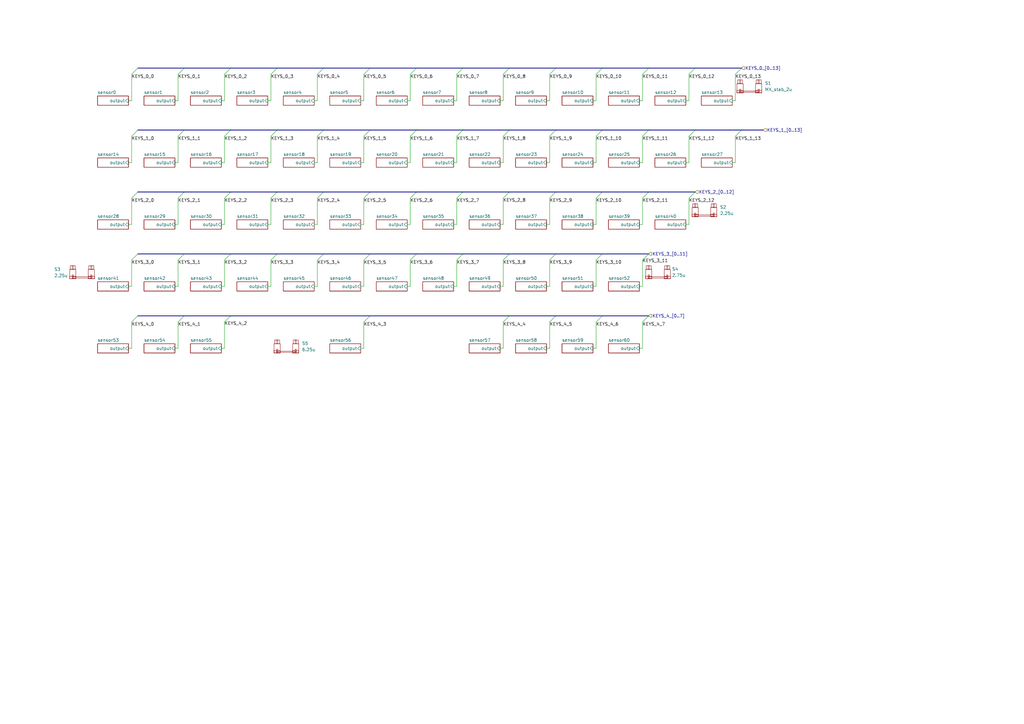
<source format=kicad_sch>
(kicad_sch
	(version 20231120)
	(generator "eeschema")
	(generator_version "8.0")
	(uuid "a358e468-a435-4bf9-a1d5-1818db0e5e10")
	(paper "A3")
	(lib_symbols
		(symbol "PCM_marbastlib-mx:MX_stab"
			(pin_names
				(offset 1.016)
			)
			(exclude_from_sim no)
			(in_bom yes)
			(on_board yes)
			(property "Reference" "S"
				(at -5.08 6.35 0)
				(effects
					(font
						(size 1.27 1.27)
					)
					(justify left)
				)
			)
			(property "Value" "MX_stab"
				(at -5.08 3.81 0)
				(effects
					(font
						(size 1.27 1.27)
					)
					(justify left)
				)
			)
			(property "Footprint" "PCM_marbastlib-mx:STAB_MX_P_6.25u"
				(at 0 0 0)
				(effects
					(font
						(size 1.27 1.27)
					)
					(hide yes)
				)
			)
			(property "Datasheet" ""
				(at 0 0 0)
				(effects
					(font
						(size 1.27 1.27)
					)
					(hide yes)
				)
			)
			(property "Description" "Cherry MX-style stabilizer"
				(at 0 0 0)
				(effects
					(font
						(size 1.27 1.27)
					)
					(hide yes)
				)
			)
			(property "ki_keywords" "cherry mx stabilizer stab"
				(at 0 0 0)
				(effects
					(font
						(size 1.27 1.27)
					)
					(hide yes)
				)
			)
			(symbol "MX_stab_0_1"
				(rectangle
					(start -5.08 -1.524)
					(end -2.54 -2.54)
					(stroke
						(width 0)
						(type default)
					)
					(fill
						(type none)
					)
				)
				(rectangle
					(start -5.08 1.27)
					(end -2.54 -2.54)
					(stroke
						(width 0)
						(type default)
					)
					(fill
						(type none)
					)
				)
				(rectangle
					(start -4.826 2.794)
					(end -2.794 1.27)
					(stroke
						(width 0)
						(type default)
					)
					(fill
						(type none)
					)
				)
				(rectangle
					(start -4.064 -2.286)
					(end -3.556 -1.016)
					(stroke
						(width 0)
						(type default)
					)
					(fill
						(type none)
					)
				)
				(rectangle
					(start -4.064 -1.778)
					(end 4.064 -2.286)
					(stroke
						(width 0)
						(type default)
					)
					(fill
						(type none)
					)
				)
				(rectangle
					(start -4.064 1.27)
					(end -3.556 2.794)
					(stroke
						(width 0)
						(type default)
					)
					(fill
						(type none)
					)
				)
				(rectangle
					(start 2.54 -1.524)
					(end 5.08 -2.54)
					(stroke
						(width 0)
						(type default)
					)
					(fill
						(type none)
					)
				)
				(rectangle
					(start 2.54 1.27)
					(end 5.08 -2.54)
					(stroke
						(width 0)
						(type default)
					)
					(fill
						(type none)
					)
				)
				(rectangle
					(start 2.794 2.794)
					(end 4.826 1.27)
					(stroke
						(width 0)
						(type default)
					)
					(fill
						(type none)
					)
				)
				(rectangle
					(start 3.556 1.27)
					(end 4.064 2.794)
					(stroke
						(width 0)
						(type default)
					)
					(fill
						(type none)
					)
				)
				(rectangle
					(start 4.064 -2.286)
					(end 3.556 -1.016)
					(stroke
						(width 0)
						(type default)
					)
					(fill
						(type none)
					)
				)
			)
		)
	)
	(bus_entry
		(at 168.275 55.88)
		(size 2.54 -2.54)
		(stroke
			(width 0)
			(type default)
		)
		(uuid "004f196a-783c-444a-bb93-8bbc1e122bb6")
	)
	(bus_entry
		(at 92.075 55.88)
		(size 2.54 -2.54)
		(stroke
			(width 0)
			(type default)
		)
		(uuid "0151c551-0959-413f-a4ee-d33caab746b1")
	)
	(bus_entry
		(at 225.425 55.88)
		(size 2.54 -2.54)
		(stroke
			(width 0)
			(type default)
		)
		(uuid "028a9854-d93e-4631-bd97-75254789a4a7")
	)
	(bus_entry
		(at 149.225 106.68)
		(size 2.54 -2.54)
		(stroke
			(width 0)
			(type default)
		)
		(uuid "04eba7eb-bf01-423c-a10b-f2ec60708e93")
	)
	(bus_entry
		(at 73.025 132.08)
		(size 2.54 -2.54)
		(stroke
			(width 0)
			(type default)
		)
		(uuid "09a5d559-32ad-44dd-b86f-01b4f40f0ccb")
	)
	(bus_entry
		(at 206.375 55.88)
		(size 2.54 -2.54)
		(stroke
			(width 0)
			(type default)
		)
		(uuid "108fa568-dc75-49cd-ba24-00add8ea0d34")
	)
	(bus_entry
		(at 130.175 30.48)
		(size 2.54 -2.54)
		(stroke
			(width 0)
			(type default)
		)
		(uuid "288ff70e-391e-49b1-8dae-4d9e86627a68")
	)
	(bus_entry
		(at 187.325 55.88)
		(size 2.54 -2.54)
		(stroke
			(width 0)
			(type default)
		)
		(uuid "2a6f76fe-3e7d-4d23-93a8-c1264791a460")
	)
	(bus_entry
		(at 263.525 132.08)
		(size 2.54 -2.54)
		(stroke
			(width 0)
			(type default)
		)
		(uuid "2d406ebe-b9d5-45e5-be69-3303c7958e90")
	)
	(bus_entry
		(at 92.075 106.68)
		(size 2.54 -2.54)
		(stroke
			(width 0)
			(type default)
		)
		(uuid "38f1e264-f09b-41ec-9bdd-efc4e2dfa93d")
	)
	(bus_entry
		(at 73.025 106.68)
		(size 2.54 -2.54)
		(stroke
			(width 0)
			(type default)
		)
		(uuid "3b94c3fb-a996-4bad-aca1-536f55ecbb94")
	)
	(bus_entry
		(at 263.525 55.88)
		(size 2.54 -2.54)
		(stroke
			(width 0)
			(type default)
		)
		(uuid "4371d451-192b-4735-b7b7-3e06aeac59b5")
	)
	(bus_entry
		(at 53.975 81.28)
		(size 2.54 -2.54)
		(stroke
			(width 0)
			(type default)
		)
		(uuid "4cc149a6-8ddf-4ed7-b692-923c0b6e3920")
	)
	(bus_entry
		(at 244.475 30.48)
		(size 2.54 -2.54)
		(stroke
			(width 0)
			(type default)
		)
		(uuid "4d79ecc6-14ea-4000-937d-cd674cb1cf32")
	)
	(bus_entry
		(at 149.225 132.08)
		(size 2.54 -2.54)
		(stroke
			(width 0)
			(type default)
		)
		(uuid "4f6e8c4e-2b16-4db7-b135-ffaada79be32")
	)
	(bus_entry
		(at 206.375 30.48)
		(size 2.54 -2.54)
		(stroke
			(width 0)
			(type default)
		)
		(uuid "521df5bf-a0ac-4218-830d-a23390abf8f7")
	)
	(bus_entry
		(at 263.525 81.28)
		(size 2.54 -2.54)
		(stroke
			(width 0)
			(type default)
		)
		(uuid "57234623-63a7-4f86-97a2-577e70ce7770")
	)
	(bus_entry
		(at 168.275 106.68)
		(size 2.54 -2.54)
		(stroke
			(width 0)
			(type default)
		)
		(uuid "5f91fdf0-aec1-405e-a664-a3c1cadea502")
	)
	(bus_entry
		(at 206.375 132.08)
		(size 2.54 -2.54)
		(stroke
			(width 0)
			(type default)
		)
		(uuid "6166bde3-afd5-4115-b272-9f283424b500")
	)
	(bus_entry
		(at 73.025 55.88)
		(size 2.54 -2.54)
		(stroke
			(width 0)
			(type default)
		)
		(uuid "63124516-1e56-4b30-b85d-61511a86edec")
	)
	(bus_entry
		(at 282.575 81.28)
		(size 2.54 -2.54)
		(stroke
			(width 0)
			(type default)
		)
		(uuid "67ca660c-9da1-4063-979b-9b3a01ceb50d")
	)
	(bus_entry
		(at 301.625 55.88)
		(size 2.54 -2.54)
		(stroke
			(width 0)
			(type default)
		)
		(uuid "6f03e88d-938c-4ea1-9302-764f977499a7")
	)
	(bus_entry
		(at 149.225 55.88)
		(size 2.54 -2.54)
		(stroke
			(width 0)
			(type default)
		)
		(uuid "7285b6ff-1991-4bc1-bc13-86d941ac7d15")
	)
	(bus_entry
		(at 53.975 30.48)
		(size 2.54 -2.54)
		(stroke
			(width 0)
			(type default)
		)
		(uuid "756a6d25-03a7-4851-867e-2e12e368c034")
	)
	(bus_entry
		(at 225.425 132.08)
		(size 2.54 -2.54)
		(stroke
			(width 0)
			(type default)
		)
		(uuid "77050c47-34af-460e-91b0-4a559f188c1e")
	)
	(bus_entry
		(at 53.975 106.68)
		(size 2.54 -2.54)
		(stroke
			(width 0)
			(type default)
		)
		(uuid "79e47702-7b3c-4faa-9030-027a986dcab0")
	)
	(bus_entry
		(at 149.225 81.28)
		(size 2.54 -2.54)
		(stroke
			(width 0)
			(type default)
		)
		(uuid "7c299e55-c2d1-470f-b796-01b4cb9732cf")
	)
	(bus_entry
		(at 282.575 55.88)
		(size 2.54 -2.54)
		(stroke
			(width 0)
			(type default)
		)
		(uuid "80d4190b-d959-4787-b4d1-79602e0c1259")
	)
	(bus_entry
		(at 53.975 55.88)
		(size 2.54 -2.54)
		(stroke
			(width 0)
			(type default)
		)
		(uuid "826455c1-e7e0-4864-8839-936e524b8adb")
	)
	(bus_entry
		(at 92.075 30.48)
		(size 2.54 -2.54)
		(stroke
			(width 0)
			(type default)
		)
		(uuid "85a69e74-ac60-4333-9b5a-0ada396fd52c")
	)
	(bus_entry
		(at 92.075 132.08)
		(size 2.54 -2.54)
		(stroke
			(width 0)
			(type default)
		)
		(uuid "8e3f052b-b972-4db1-a008-9241b5db60dd")
	)
	(bus_entry
		(at 206.375 106.68)
		(size 2.54 -2.54)
		(stroke
			(width 0)
			(type default)
		)
		(uuid "9608f8f6-540a-4c92-ab1c-1f1e6c88fe2a")
	)
	(bus_entry
		(at 187.325 81.28)
		(size 2.54 -2.54)
		(stroke
			(width 0)
			(type default)
		)
		(uuid "996ef01f-0347-4ad4-ac55-39e8d2d327b1")
	)
	(bus_entry
		(at 187.325 106.68)
		(size 2.54 -2.54)
		(stroke
			(width 0)
			(type default)
		)
		(uuid "9a197a53-30dd-4279-b51b-cc8873a2fef3")
	)
	(bus_entry
		(at 130.175 106.68)
		(size 2.54 -2.54)
		(stroke
			(width 0)
			(type default)
		)
		(uuid "9bc35a66-4c81-455a-ac2c-c170103df8ae")
	)
	(bus_entry
		(at 301.625 30.48)
		(size 2.54 -2.54)
		(stroke
			(width 0)
			(type default)
		)
		(uuid "9e05080f-941a-425f-807b-3b3e209676dc")
	)
	(bus_entry
		(at 263.525 106.68)
		(size 2.54 -2.54)
		(stroke
			(width 0)
			(type default)
		)
		(uuid "a2714aa8-0325-4f6b-8204-400d28595e06")
	)
	(bus_entry
		(at 282.575 30.48)
		(size 2.54 -2.54)
		(stroke
			(width 0)
			(type default)
		)
		(uuid "a822b4f1-049f-402a-914d-b6ec649dc2e5")
	)
	(bus_entry
		(at 149.225 30.48)
		(size 2.54 -2.54)
		(stroke
			(width 0)
			(type default)
		)
		(uuid "a92af18c-43d6-4d50-8eba-cec3ff0eb41b")
	)
	(bus_entry
		(at 111.125 106.68)
		(size 2.54 -2.54)
		(stroke
			(width 0)
			(type default)
		)
		(uuid "ae057f05-0df7-4c66-aa29-07a7d27dc200")
	)
	(bus_entry
		(at 111.125 55.88)
		(size 2.54 -2.54)
		(stroke
			(width 0)
			(type default)
		)
		(uuid "b18939d8-b4f2-4363-a16b-30e1d6f737fa")
	)
	(bus_entry
		(at 130.175 55.88)
		(size 2.54 -2.54)
		(stroke
			(width 0)
			(type default)
		)
		(uuid "b302b3d8-4089-4af3-ad94-5cb493c97f2c")
	)
	(bus_entry
		(at 73.025 30.48)
		(size 2.54 -2.54)
		(stroke
			(width 0)
			(type default)
		)
		(uuid "b88e41f4-9c29-45c0-9f78-d0e1747ea0ce")
	)
	(bus_entry
		(at 130.175 81.28)
		(size 2.54 -2.54)
		(stroke
			(width 0)
			(type default)
		)
		(uuid "bbd2e947-c10d-411c-b05e-c1cf0a620541")
	)
	(bus_entry
		(at 187.325 30.48)
		(size 2.54 -2.54)
		(stroke
			(width 0)
			(type default)
		)
		(uuid "bc970d35-3e78-4f60-b1b3-7eba7e0e4168")
	)
	(bus_entry
		(at 225.425 30.48)
		(size 2.54 -2.54)
		(stroke
			(width 0)
			(type default)
		)
		(uuid "bdb4a116-45b6-4aed-adb8-ac3695c04bb5")
	)
	(bus_entry
		(at 111.125 81.28)
		(size 2.54 -2.54)
		(stroke
			(width 0)
			(type default)
		)
		(uuid "c373f458-3072-4c37-a6a4-0fefffa8b7db")
	)
	(bus_entry
		(at 73.025 81.28)
		(size 2.54 -2.54)
		(stroke
			(width 0)
			(type default)
		)
		(uuid "c4cac3a7-9641-478e-ab18-97f194cd8070")
	)
	(bus_entry
		(at 53.975 132.08)
		(size 2.54 -2.54)
		(stroke
			(width 0)
			(type default)
		)
		(uuid "cb5f4405-74f6-4b38-a532-16a1b233a068")
	)
	(bus_entry
		(at 168.275 30.48)
		(size 2.54 -2.54)
		(stroke
			(width 0)
			(type default)
		)
		(uuid "cbb9d6ac-15f1-4173-89f2-d382a549bd78")
	)
	(bus_entry
		(at 111.125 30.48)
		(size 2.54 -2.54)
		(stroke
			(width 0)
			(type default)
		)
		(uuid "cec19700-373d-42ad-bd3c-e57c2030adf6")
	)
	(bus_entry
		(at 225.425 106.68)
		(size 2.54 -2.54)
		(stroke
			(width 0)
			(type default)
		)
		(uuid "d0bd72b3-2efb-48fe-93b1-e41414f4762d")
	)
	(bus_entry
		(at 225.425 81.28)
		(size 2.54 -2.54)
		(stroke
			(width 0)
			(type default)
		)
		(uuid "d9bb066d-994c-4867-a1d8-40445e3ad9a4")
	)
	(bus_entry
		(at 244.475 106.68)
		(size 2.54 -2.54)
		(stroke
			(width 0)
			(type default)
		)
		(uuid "dec97c62-ce0a-430e-b5cf-3841a11c9fa2")
	)
	(bus_entry
		(at 244.475 55.88)
		(size 2.54 -2.54)
		(stroke
			(width 0)
			(type default)
		)
		(uuid "e1e71198-b129-40b7-952e-b11a6bae71ad")
	)
	(bus_entry
		(at 244.475 81.28)
		(size 2.54 -2.54)
		(stroke
			(width 0)
			(type default)
		)
		(uuid "e4a71c6e-2d14-467d-a4fd-08171538984d")
	)
	(bus_entry
		(at 206.375 81.28)
		(size 2.54 -2.54)
		(stroke
			(width 0)
			(type default)
		)
		(uuid "e8ca9b90-bb9f-47fd-85d1-07c21d67160d")
	)
	(bus_entry
		(at 244.475 132.08)
		(size 2.54 -2.54)
		(stroke
			(width 0)
			(type default)
		)
		(uuid "ed3998e3-01f9-4fe1-8db3-6e8dceada0ca")
	)
	(bus_entry
		(at 168.275 81.28)
		(size 2.54 -2.54)
		(stroke
			(width 0)
			(type default)
		)
		(uuid "f5bbc680-b6e8-48c8-bda0-39c2c0a6c262")
	)
	(bus_entry
		(at 92.075 81.28)
		(size 2.54 -2.54)
		(stroke
			(width 0)
			(type default)
		)
		(uuid "f61271ff-699a-4b1b-95ca-a4c82a2be758")
	)
	(bus_entry
		(at 263.525 30.48)
		(size 2.54 -2.54)
		(stroke
			(width 0)
			(type default)
		)
		(uuid "f89e0474-455c-4e5c-b0ec-1feba73a7627")
	)
	(wire
		(pts
			(xy 109.855 92.075) (xy 111.125 92.075)
		)
		(stroke
			(width 0)
			(type default)
		)
		(uuid "00aac2b9-acc5-4691-993a-8b15665f7aa7")
	)
	(bus
		(pts
			(xy 113.665 78.74) (xy 132.715 78.74)
		)
		(stroke
			(width 0)
			(type default)
		)
		(uuid "015d4209-4cfc-4195-b095-28d2122c4b77")
	)
	(bus
		(pts
			(xy 94.615 129.54) (xy 151.765 129.54)
		)
		(stroke
			(width 0)
			(type default)
		)
		(uuid "02be4cb1-80ce-4581-b164-16f5d4027718")
	)
	(wire
		(pts
			(xy 128.905 41.275) (xy 130.175 41.275)
		)
		(stroke
			(width 0)
			(type default)
		)
		(uuid "03e877a9-44bc-450d-9da4-70105d6785d6")
	)
	(wire
		(pts
			(xy 225.425 66.675) (xy 225.425 55.88)
		)
		(stroke
			(width 0)
			(type default)
		)
		(uuid "05bbe287-3258-4357-b943-fdbe30e62763")
	)
	(wire
		(pts
			(xy 206.375 41.275) (xy 206.375 30.48)
		)
		(stroke
			(width 0)
			(type default)
		)
		(uuid "073068e8-4267-41e1-8ad2-97696791f4d2")
	)
	(bus
		(pts
			(xy 94.615 78.74) (xy 113.665 78.74)
		)
		(stroke
			(width 0)
			(type default)
		)
		(uuid "08e255c4-3d92-4d0e-819e-5bda93f4fc5e")
	)
	(wire
		(pts
			(xy 168.275 117.475) (xy 168.275 106.68)
		)
		(stroke
			(width 0)
			(type default)
		)
		(uuid "0b29bda6-1e04-47b9-8668-8c95970f28cf")
	)
	(wire
		(pts
			(xy 281.305 41.275) (xy 282.575 41.275)
		)
		(stroke
			(width 0)
			(type default)
		)
		(uuid "0c7bc17d-e76f-4760-ab99-580fcea33487")
	)
	(wire
		(pts
			(xy 128.905 92.075) (xy 130.175 92.075)
		)
		(stroke
			(width 0)
			(type default)
		)
		(uuid "0f3c6a0b-14a3-44e1-97fe-190adffd2fc3")
	)
	(wire
		(pts
			(xy 109.855 66.675) (xy 111.125 66.675)
		)
		(stroke
			(width 0)
			(type default)
		)
		(uuid "112827b0-9352-4e17-90d9-16ba9e33eb93")
	)
	(wire
		(pts
			(xy 262.255 92.075) (xy 263.525 92.075)
		)
		(stroke
			(width 0)
			(type default)
		)
		(uuid "126a7659-50ab-4a7e-9cd7-80e3d304f87a")
	)
	(bus
		(pts
			(xy 75.565 53.34) (xy 94.615 53.34)
		)
		(stroke
			(width 0)
			(type default)
		)
		(uuid "16a99ce3-7849-44f3-b5e8-767c944d86b9")
	)
	(wire
		(pts
			(xy 282.575 92.075) (xy 282.575 81.28)
		)
		(stroke
			(width 0)
			(type default)
		)
		(uuid "16e275b8-d055-4053-ad12-ef846fc41189")
	)
	(bus
		(pts
			(xy 189.865 78.74) (xy 208.915 78.74)
		)
		(stroke
			(width 0)
			(type default)
		)
		(uuid "172793e1-c723-4501-9001-101057179296")
	)
	(wire
		(pts
			(xy 111.125 66.675) (xy 111.125 55.88)
		)
		(stroke
			(width 0)
			(type default)
		)
		(uuid "182643a1-9677-49a1-97f8-38b0551b3efe")
	)
	(wire
		(pts
			(xy 130.175 66.675) (xy 130.175 55.88)
		)
		(stroke
			(width 0)
			(type default)
		)
		(uuid "1a2343bb-185a-42de-946d-777f95fd6ddb")
	)
	(bus
		(pts
			(xy 285.115 27.94) (xy 304.165 27.94)
		)
		(stroke
			(width 0)
			(type default)
		)
		(uuid "1a7fb779-b98e-4008-9c99-43a418c2b78a")
	)
	(bus
		(pts
			(xy 227.965 129.54) (xy 247.015 129.54)
		)
		(stroke
			(width 0)
			(type default)
		)
		(uuid "1d3569b7-deab-4522-ba6d-d43d27e05320")
	)
	(bus
		(pts
			(xy 208.915 129.54) (xy 227.965 129.54)
		)
		(stroke
			(width 0)
			(type default)
		)
		(uuid "1d4fdfff-e817-4e62-9de3-40b0b27fe046")
	)
	(wire
		(pts
			(xy 186.055 66.675) (xy 187.325 66.675)
		)
		(stroke
			(width 0)
			(type default)
		)
		(uuid "1f1f01ff-b91f-475a-af8f-54d9547e03be")
	)
	(bus
		(pts
			(xy 132.715 27.94) (xy 151.765 27.94)
		)
		(stroke
			(width 0)
			(type default)
		)
		(uuid "1f8e8fdf-64cd-4d9f-b797-e95084fc44e5")
	)
	(wire
		(pts
			(xy 187.325 66.675) (xy 187.325 55.88)
		)
		(stroke
			(width 0)
			(type default)
		)
		(uuid "24c7afe5-9939-41a3-a2db-2186bea455e8")
	)
	(bus
		(pts
			(xy 151.765 78.74) (xy 170.815 78.74)
		)
		(stroke
			(width 0)
			(type default)
		)
		(uuid "24d5f0d7-9ef2-4e76-a9fd-b1d557348cef")
	)
	(bus
		(pts
			(xy 94.615 53.34) (xy 113.665 53.34)
		)
		(stroke
			(width 0)
			(type default)
		)
		(uuid "28e5d7e0-d8e0-40f3-9fcf-6cc815d0d178")
	)
	(wire
		(pts
			(xy 92.075 92.075) (xy 92.075 81.28)
		)
		(stroke
			(width 0)
			(type default)
		)
		(uuid "295354a7-3070-4add-a207-c63b8d0f3507")
	)
	(wire
		(pts
			(xy 167.005 117.475) (xy 168.275 117.475)
		)
		(stroke
			(width 0)
			(type default)
		)
		(uuid "2a92b473-36f1-4b24-a029-96b5fad685ca")
	)
	(wire
		(pts
			(xy 300.355 66.675) (xy 301.625 66.675)
		)
		(stroke
			(width 0)
			(type default)
		)
		(uuid "2eb59690-c9b8-43e2-9066-bfa33e3afae5")
	)
	(bus
		(pts
			(xy 227.965 78.74) (xy 247.015 78.74)
		)
		(stroke
			(width 0)
			(type default)
		)
		(uuid "30a4fb5d-d132-4cf0-a8a7-b481869688f1")
	)
	(wire
		(pts
			(xy 243.205 142.875) (xy 244.475 142.875)
		)
		(stroke
			(width 0)
			(type default)
		)
		(uuid "321273db-8d11-42d5-a915-a9ab23db97d1")
	)
	(bus
		(pts
			(xy 189.865 104.14) (xy 208.915 104.14)
		)
		(stroke
			(width 0)
			(type default)
		)
		(uuid "32294545-9455-414d-8f5d-4b38d9d58647")
	)
	(wire
		(pts
			(xy 167.005 92.075) (xy 168.275 92.075)
		)
		(stroke
			(width 0)
			(type default)
		)
		(uuid "33181401-054b-468a-bad3-904724c096a8")
	)
	(bus
		(pts
			(xy 56.515 78.74) (xy 75.565 78.74)
		)
		(stroke
			(width 0)
			(type default)
		)
		(uuid "349c1113-e51e-438f-9055-3369840f764d")
	)
	(wire
		(pts
			(xy 130.175 117.475) (xy 130.175 106.68)
		)
		(stroke
			(width 0)
			(type default)
		)
		(uuid "34be57ed-5ec2-4edc-8687-ca02562c9f16")
	)
	(bus
		(pts
			(xy 151.765 104.14) (xy 170.815 104.14)
		)
		(stroke
			(width 0)
			(type default)
		)
		(uuid "34f2ff3e-6a1d-467b-b669-99b2912a92e9")
	)
	(bus
		(pts
			(xy 75.565 104.14) (xy 94.615 104.14)
		)
		(stroke
			(width 0)
			(type default)
		)
		(uuid "351aec80-d6b2-4203-aa1e-40af5daf600b")
	)
	(wire
		(pts
			(xy 206.375 117.475) (xy 206.375 106.68)
		)
		(stroke
			(width 0)
			(type default)
		)
		(uuid "3c5010b0-2ada-4d74-9042-37a9be210f97")
	)
	(wire
		(pts
			(xy 243.205 117.475) (xy 244.475 117.475)
		)
		(stroke
			(width 0)
			(type default)
		)
		(uuid "3f5313ef-3abc-4e23-9638-078a55e4a76a")
	)
	(bus
		(pts
			(xy 266.065 78.74) (xy 285.115 78.74)
		)
		(stroke
			(width 0)
			(type default)
		)
		(uuid "3f71b8d2-09b7-4339-8880-2399e048f768")
	)
	(wire
		(pts
			(xy 186.055 41.275) (xy 187.325 41.275)
		)
		(stroke
			(width 0)
			(type default)
		)
		(uuid "41f02958-43b1-453f-beae-6111e1f9dd47")
	)
	(wire
		(pts
			(xy 187.325 92.075) (xy 187.325 81.28)
		)
		(stroke
			(width 0)
			(type default)
		)
		(uuid "4400f878-2c5c-4e62-a124-f45c538f6e7a")
	)
	(wire
		(pts
			(xy 281.305 92.075) (xy 282.575 92.075)
		)
		(stroke
			(width 0)
			(type default)
		)
		(uuid "44cb0658-1f77-4347-b27f-c1b57dc2d7ee")
	)
	(wire
		(pts
			(xy 90.805 142.875) (xy 92.075 142.875)
		)
		(stroke
			(width 0)
			(type default)
		)
		(uuid "451d5fb5-a9d8-4a8d-9905-6a38ee3e9241")
	)
	(bus
		(pts
			(xy 56.515 27.94) (xy 75.565 27.94)
		)
		(stroke
			(width 0)
			(type default)
		)
		(uuid "47181da3-b5b3-4a08-bd60-07839aaa3d6a")
	)
	(wire
		(pts
			(xy 205.105 41.275) (xy 206.375 41.275)
		)
		(stroke
			(width 0)
			(type default)
		)
		(uuid "47b81731-4fe2-4afc-8dc4-e905f9a90b11")
	)
	(wire
		(pts
			(xy 149.225 41.275) (xy 149.225 30.48)
		)
		(stroke
			(width 0)
			(type default)
		)
		(uuid "498c3b2c-5874-417c-9b8a-a6a5f81c4024")
	)
	(bus
		(pts
			(xy 94.615 27.94) (xy 113.665 27.94)
		)
		(stroke
			(width 0)
			(type default)
		)
		(uuid "4b2f1054-a9c7-4e64-9c55-7cf1edb48e88")
	)
	(wire
		(pts
			(xy 73.025 142.875) (xy 73.025 132.08)
		)
		(stroke
			(width 0)
			(type default)
		)
		(uuid "4bcd5273-9afc-45db-97e9-eaf3c4fa0a1c")
	)
	(wire
		(pts
			(xy 281.305 66.675) (xy 282.575 66.675)
		)
		(stroke
			(width 0)
			(type default)
		)
		(uuid "4bea86b6-5f0f-4da3-b0b3-f0104fa86ef1")
	)
	(bus
		(pts
			(xy 75.565 129.54) (xy 94.615 129.54)
		)
		(stroke
			(width 0)
			(type default)
		)
		(uuid "4c96a49c-d5e3-4bfd-a129-8ea406e3ecac")
	)
	(wire
		(pts
			(xy 167.005 41.275) (xy 168.275 41.275)
		)
		(stroke
			(width 0)
			(type default)
		)
		(uuid "4d5a2e33-6766-4742-9d01-a7ba1d232c37")
	)
	(wire
		(pts
			(xy 187.325 117.475) (xy 187.325 106.68)
		)
		(stroke
			(width 0)
			(type default)
		)
		(uuid "4e21322b-988f-4b33-80e2-bea1b37b3d82")
	)
	(wire
		(pts
			(xy 224.155 117.475) (xy 225.425 117.475)
		)
		(stroke
			(width 0)
			(type default)
		)
		(uuid "4fb72480-f694-4b6d-bb36-03f3be9d65f0")
	)
	(wire
		(pts
			(xy 92.075 117.475) (xy 92.075 106.68)
		)
		(stroke
			(width 0)
			(type default)
		)
		(uuid "4fc6e3c4-d82f-4b98-9e4d-6a01eef0f8a6")
	)
	(wire
		(pts
			(xy 111.125 41.275) (xy 111.125 30.48)
		)
		(stroke
			(width 0)
			(type default)
		)
		(uuid "50840254-4fb7-420e-a7b0-879c67c6300a")
	)
	(wire
		(pts
			(xy 90.805 92.075) (xy 92.075 92.075)
		)
		(stroke
			(width 0)
			(type default)
		)
		(uuid "5498dd04-13ce-4f02-a8c5-06c2d706e6e6")
	)
	(bus
		(pts
			(xy 75.565 78.74) (xy 94.615 78.74)
		)
		(stroke
			(width 0)
			(type default)
		)
		(uuid "557bc43c-2142-42d2-a160-d0d57019d3a6")
	)
	(wire
		(pts
			(xy 111.125 92.075) (xy 111.125 81.28)
		)
		(stroke
			(width 0)
			(type default)
		)
		(uuid "563bc9c2-eebd-41bb-8c49-251f2386a9f1")
	)
	(bus
		(pts
			(xy 170.815 53.34) (xy 189.865 53.34)
		)
		(stroke
			(width 0)
			(type default)
		)
		(uuid "56e45daf-8289-4079-8293-eb147fcf6b64")
	)
	(wire
		(pts
			(xy 53.975 66.675) (xy 53.975 55.88)
		)
		(stroke
			(width 0)
			(type default)
		)
		(uuid "5737805a-9fd5-49a1-837a-af2d50969e08")
	)
	(wire
		(pts
			(xy 53.975 41.275) (xy 53.975 30.48)
		)
		(stroke
			(width 0)
			(type default)
		)
		(uuid "5bf13319-3cdd-44dd-adf1-2b07b0dedf41")
	)
	(wire
		(pts
			(xy 244.475 66.675) (xy 244.475 55.88)
		)
		(stroke
			(width 0)
			(type default)
		)
		(uuid "5c8a76d9-7f95-4782-a0af-5c5b62d7c829")
	)
	(wire
		(pts
			(xy 149.225 66.675) (xy 149.225 55.88)
		)
		(stroke
			(width 0)
			(type default)
		)
		(uuid "5d0920ff-f59e-49ec-a0d1-c3c8589054e9")
	)
	(wire
		(pts
			(xy 206.375 66.675) (xy 206.375 55.88)
		)
		(stroke
			(width 0)
			(type default)
		)
		(uuid "5d10b9b8-c7ab-4508-ab2a-13dd97d31fff")
	)
	(wire
		(pts
			(xy 53.975 142.875) (xy 53.975 132.08)
		)
		(stroke
			(width 0)
			(type default)
		)
		(uuid "5d5531ec-7a82-4298-b116-415a4a9685dd")
	)
	(wire
		(pts
			(xy 186.055 92.075) (xy 187.325 92.075)
		)
		(stroke
			(width 0)
			(type default)
		)
		(uuid "600a68ec-3fc1-475f-a900-11772f0f4c28")
	)
	(wire
		(pts
			(xy 149.225 142.875) (xy 149.225 132.08)
		)
		(stroke
			(width 0)
			(type default)
		)
		(uuid "621a3fda-aee1-4888-a257-afb02a9381c7")
	)
	(wire
		(pts
			(xy 243.205 66.675) (xy 244.475 66.675)
		)
		(stroke
			(width 0)
			(type default)
		)
		(uuid "63407664-111c-49e2-93d6-0b7942d9be6c")
	)
	(bus
		(pts
			(xy 247.015 27.94) (xy 266.065 27.94)
		)
		(stroke
			(width 0)
			(type default)
		)
		(uuid "6388d724-77a1-40a7-a687-2911d008ca3b")
	)
	(wire
		(pts
			(xy 262.255 117.475) (xy 263.525 117.475)
		)
		(stroke
			(width 0)
			(type default)
		)
		(uuid "644dc484-c131-45bd-a86c-a4589f456486")
	)
	(wire
		(pts
			(xy 186.055 117.475) (xy 187.325 117.475)
		)
		(stroke
			(width 0)
			(type default)
		)
		(uuid "67b858da-114a-4210-93ac-921e1451432e")
	)
	(bus
		(pts
			(xy 132.715 53.34) (xy 151.765 53.34)
		)
		(stroke
			(width 0)
			(type default)
		)
		(uuid "691f3af5-c554-4026-aead-c3049c50fb35")
	)
	(bus
		(pts
			(xy 94.615 104.14) (xy 113.665 104.14)
		)
		(stroke
			(width 0)
			(type default)
		)
		(uuid "69491c29-2435-405c-ab5b-2a005a726bf5")
	)
	(wire
		(pts
			(xy 205.105 117.475) (xy 206.375 117.475)
		)
		(stroke
			(width 0)
			(type default)
		)
		(uuid "69502471-8fb0-4a69-8dbd-ef6fbf353dcc")
	)
	(bus
		(pts
			(xy 75.565 27.94) (xy 94.615 27.94)
		)
		(stroke
			(width 0)
			(type default)
		)
		(uuid "696c0454-3aa9-441e-beed-2094969e21cd")
	)
	(wire
		(pts
			(xy 301.625 41.275) (xy 301.625 30.48)
		)
		(stroke
			(width 0)
			(type default)
		)
		(uuid "6e67b52d-8705-4c5e-845b-9cc6fc7fd9c5")
	)
	(wire
		(pts
			(xy 90.805 66.675) (xy 92.075 66.675)
		)
		(stroke
			(width 0)
			(type default)
		)
		(uuid "6f022474-898b-49c9-b6ff-670cf43478f7")
	)
	(bus
		(pts
			(xy 208.915 104.14) (xy 227.965 104.14)
		)
		(stroke
			(width 0)
			(type default)
		)
		(uuid "6f1d8606-a38e-4690-b18c-793323c81693")
	)
	(bus
		(pts
			(xy 56.515 104.14) (xy 75.565 104.14)
		)
		(stroke
			(width 0)
			(type default)
		)
		(uuid "6fcd6b3b-4bcd-4765-9fa4-fc100cef4089")
	)
	(wire
		(pts
			(xy 52.705 117.475) (xy 53.975 117.475)
		)
		(stroke
			(width 0)
			(type default)
		)
		(uuid "7568632c-5f44-419e-b614-4fa99495c671")
	)
	(bus
		(pts
			(xy 247.015 129.54) (xy 266.065 129.54)
		)
		(stroke
			(width 0)
			(type default)
		)
		(uuid "76f0572e-6e5d-45a1-8b9f-0dda14c86477")
	)
	(wire
		(pts
			(xy 130.175 92.075) (xy 130.175 81.28)
		)
		(stroke
			(width 0)
			(type default)
		)
		(uuid "79c6df30-cbe5-4835-a95e-da9f6d2fbe70")
	)
	(wire
		(pts
			(xy 149.225 117.475) (xy 149.225 106.68)
		)
		(stroke
			(width 0)
			(type default)
		)
		(uuid "7a62eca3-a987-4278-9af3-75cdf0aed9dd")
	)
	(wire
		(pts
			(xy 53.975 92.075) (xy 53.975 81.28)
		)
		(stroke
			(width 0)
			(type default)
		)
		(uuid "7cd0420f-1b76-4b18-bab6-ccc935fd94bd")
	)
	(wire
		(pts
			(xy 53.975 117.475) (xy 53.975 106.68)
		)
		(stroke
			(width 0)
			(type default)
		)
		(uuid "8446b7f6-a501-492b-aacb-c14a438e5778")
	)
	(wire
		(pts
			(xy 225.425 41.275) (xy 225.425 30.48)
		)
		(stroke
			(width 0)
			(type default)
		)
		(uuid "84957611-205a-4c51-aa93-1fb36ed62cd0")
	)
	(wire
		(pts
			(xy 71.755 142.875) (xy 73.025 142.875)
		)
		(stroke
			(width 0)
			(type default)
		)
		(uuid "853da89a-66dc-4f58-9593-a9da06a88829")
	)
	(wire
		(pts
			(xy 111.125 117.475) (xy 111.125 106.68)
		)
		(stroke
			(width 0)
			(type default)
		)
		(uuid "85b7e081-b025-4558-a465-1a627483251d")
	)
	(wire
		(pts
			(xy 187.325 41.275) (xy 187.325 30.48)
		)
		(stroke
			(width 0)
			(type default)
		)
		(uuid "8754469a-4980-4587-8352-d3a5a8a6c555")
	)
	(wire
		(pts
			(xy 92.075 142.875) (xy 92.075 132.08)
		)
		(stroke
			(width 0)
			(type default)
		)
		(uuid "8894a638-ec53-46a9-9389-31d83c2a4331")
	)
	(wire
		(pts
			(xy 52.705 41.275) (xy 53.975 41.275)
		)
		(stroke
			(width 0)
			(type default)
		)
		(uuid "8a17068e-72da-4850-9df6-9d8328f4b12a")
	)
	(bus
		(pts
			(xy 227.965 27.94) (xy 247.015 27.94)
		)
		(stroke
			(width 0)
			(type default)
		)
		(uuid "8efb2fc4-0b9c-4da3-bb3d-bef6694e310d")
	)
	(wire
		(pts
			(xy 282.575 41.275) (xy 282.575 30.48)
		)
		(stroke
			(width 0)
			(type default)
		)
		(uuid "919e934b-4ef8-47ba-a72a-a675b2e0c1bd")
	)
	(wire
		(pts
			(xy 128.905 66.675) (xy 130.175 66.675)
		)
		(stroke
			(width 0)
			(type default)
		)
		(uuid "91a2fa1e-d2a6-4d63-baf8-02ceba98a2a5")
	)
	(wire
		(pts
			(xy 282.575 66.675) (xy 282.575 55.88)
		)
		(stroke
			(width 0)
			(type default)
		)
		(uuid "92aa992c-1fc6-417c-b6cf-6f060e57ea2b")
	)
	(bus
		(pts
			(xy 56.515 129.54) (xy 75.565 129.54)
		)
		(stroke
			(width 0)
			(type default)
		)
		(uuid "99cce79d-1d57-4f03-b25a-403e9972a0bc")
	)
	(wire
		(pts
			(xy 262.255 41.275) (xy 263.525 41.275)
		)
		(stroke
			(width 0)
			(type default)
		)
		(uuid "9a088916-9191-4cf9-951b-169250c70d3c")
	)
	(wire
		(pts
			(xy 224.155 142.875) (xy 225.425 142.875)
		)
		(stroke
			(width 0)
			(type default)
		)
		(uuid "9a7801f0-02c9-4e8a-b878-2ba48dfc75dc")
	)
	(wire
		(pts
			(xy 205.105 92.075) (xy 206.375 92.075)
		)
		(stroke
			(width 0)
			(type default)
		)
		(uuid "9b2034b0-b148-4400-91ba-a84e412ae214")
	)
	(bus
		(pts
			(xy 56.515 53.34) (xy 75.565 53.34)
		)
		(stroke
			(width 0)
			(type default)
		)
		(uuid "9f83dc82-bc7d-4013-9f6f-67011c9a8cd6")
	)
	(bus
		(pts
			(xy 266.065 53.34) (xy 285.115 53.34)
		)
		(stroke
			(width 0)
			(type default)
		)
		(uuid "a0eac1ae-a14b-4ae8-9835-3f87236c6633")
	)
	(wire
		(pts
			(xy 149.225 92.075) (xy 149.225 81.28)
		)
		(stroke
			(width 0)
			(type default)
		)
		(uuid "a1197a37-3998-4f46-9a96-e7fa7e8c7228")
	)
	(wire
		(pts
			(xy 109.855 117.475) (xy 111.125 117.475)
		)
		(stroke
			(width 0)
			(type default)
		)
		(uuid "a12c0c9e-232b-4759-a4ba-b6e762b51aac")
	)
	(wire
		(pts
			(xy 73.025 41.275) (xy 73.025 30.48)
		)
		(stroke
			(width 0)
			(type default)
		)
		(uuid "a14a8977-72e6-41f2-b4ad-975cd83fd08f")
	)
	(wire
		(pts
			(xy 206.375 142.875) (xy 206.375 132.08)
		)
		(stroke
			(width 0)
			(type default)
		)
		(uuid "a1b66f53-9831-452d-94cf-995d02aa7b4f")
	)
	(wire
		(pts
			(xy 73.025 92.075) (xy 73.025 81.28)
		)
		(stroke
			(width 0)
			(type default)
		)
		(uuid "a302a5c5-b26b-42d1-828e-c5431f760a32")
	)
	(wire
		(pts
			(xy 224.155 92.075) (xy 225.425 92.075)
		)
		(stroke
			(width 0)
			(type default)
		)
		(uuid "a43e1a33-385c-4934-9f51-c819669520a0")
	)
	(bus
		(pts
			(xy 151.765 27.94) (xy 170.815 27.94)
		)
		(stroke
			(width 0)
			(type default)
		)
		(uuid "a4c6c8b7-0e44-43a6-abbe-85cbd8ec9a06")
	)
	(wire
		(pts
			(xy 109.855 41.275) (xy 111.125 41.275)
		)
		(stroke
			(width 0)
			(type default)
		)
		(uuid "a789f8eb-7971-41dc-9b7b-a2578d5ff5bb")
	)
	(bus
		(pts
			(xy 227.965 104.14) (xy 247.015 104.14)
		)
		(stroke
			(width 0)
			(type default)
		)
		(uuid "aad5f5ce-6e20-4dd0-85ec-d7ef1cdcfcce")
	)
	(bus
		(pts
			(xy 189.865 27.94) (xy 208.915 27.94)
		)
		(stroke
			(width 0)
			(type default)
		)
		(uuid "aaf7fbee-0ce7-4754-9191-62455f8ddfb8")
	)
	(wire
		(pts
			(xy 130.175 41.275) (xy 130.175 30.48)
		)
		(stroke
			(width 0)
			(type default)
		)
		(uuid "ab1633c8-aa6a-479f-96f9-d63d997d9183")
	)
	(wire
		(pts
			(xy 205.105 142.875) (xy 206.375 142.875)
		)
		(stroke
			(width 0)
			(type default)
		)
		(uuid "ab35e010-4209-407f-824a-b17544d7f0d9")
	)
	(bus
		(pts
			(xy 113.665 104.14) (xy 132.715 104.14)
		)
		(stroke
			(width 0)
			(type default)
		)
		(uuid "ac25f18a-44db-48b7-bb82-3edd189fe8ae")
	)
	(wire
		(pts
			(xy 90.805 41.275) (xy 92.075 41.275)
		)
		(stroke
			(width 0)
			(type default)
		)
		(uuid "ad3bf15a-03e5-46b0-9bf5-1131d2865154")
	)
	(wire
		(pts
			(xy 71.755 92.075) (xy 73.025 92.075)
		)
		(stroke
			(width 0)
			(type default)
		)
		(uuid "af92914c-601c-4db6-9ab0-a008822f29a6")
	)
	(wire
		(pts
			(xy 225.425 92.075) (xy 225.425 81.28)
		)
		(stroke
			(width 0)
			(type default)
		)
		(uuid "afba207f-2de3-48c6-a0c5-68fe578a5f11")
	)
	(wire
		(pts
			(xy 263.525 142.875) (xy 263.525 132.08)
		)
		(stroke
			(width 0)
			(type default)
		)
		(uuid "b17a6fc2-6f1a-4bb8-88f7-84a431e85da7")
	)
	(wire
		(pts
			(xy 168.275 41.275) (xy 168.275 30.48)
		)
		(stroke
			(width 0)
			(type default)
		)
		(uuid "b1915256-c9a0-4a73-add9-baefcbc743d6")
	)
	(wire
		(pts
			(xy 52.705 92.075) (xy 53.975 92.075)
		)
		(stroke
			(width 0)
			(type default)
		)
		(uuid "b264744d-92a5-4aba-9b93-bd2604a60633")
	)
	(bus
		(pts
			(xy 247.015 53.34) (xy 266.065 53.34)
		)
		(stroke
			(width 0)
			(type default)
		)
		(uuid "b49f9d50-be89-43c1-ae1e-42a414e22216")
	)
	(wire
		(pts
			(xy 263.525 117.475) (xy 263.525 106.68)
		)
		(stroke
			(width 0)
			(type default)
		)
		(uuid "b4e63f0a-3f7e-4c94-bd1e-534cfc727b8a")
	)
	(wire
		(pts
			(xy 168.275 92.075) (xy 168.275 81.28)
		)
		(stroke
			(width 0)
			(type default)
		)
		(uuid "b6d9d456-fe74-431d-a779-5f30c5c722e0")
	)
	(wire
		(pts
			(xy 147.955 66.675) (xy 149.225 66.675)
		)
		(stroke
			(width 0)
			(type default)
		)
		(uuid "b8802af1-d866-4b32-aaac-a440914ba9c4")
	)
	(wire
		(pts
			(xy 244.475 117.475) (xy 244.475 106.68)
		)
		(stroke
			(width 0)
			(type default)
		)
		(uuid "b9a69fc6-b7f3-439b-b3b3-015a6c515cbb")
	)
	(wire
		(pts
			(xy 92.075 66.675) (xy 92.075 55.88)
		)
		(stroke
			(width 0)
			(type default)
		)
		(uuid "bc767617-f6b9-4fa5-8d5c-af36890d4020")
	)
	(wire
		(pts
			(xy 52.705 142.875) (xy 53.975 142.875)
		)
		(stroke
			(width 0)
			(type default)
		)
		(uuid "bcba4a4a-49ad-463b-9432-3c9d666eae12")
	)
	(wire
		(pts
			(xy 263.525 92.075) (xy 263.525 81.28)
		)
		(stroke
			(width 0)
			(type default)
		)
		(uuid "becb9a62-0ca6-4cbb-bfe3-131c0db667a7")
	)
	(wire
		(pts
			(xy 243.205 41.275) (xy 244.475 41.275)
		)
		(stroke
			(width 0)
			(type default)
		)
		(uuid "c1d30091-138d-456d-b4db-f099fd4b4df8")
	)
	(wire
		(pts
			(xy 147.955 142.875) (xy 149.225 142.875)
		)
		(stroke
			(width 0)
			(type default)
		)
		(uuid "c374e402-a778-4e72-8032-46dc2eed1783")
	)
	(bus
		(pts
			(xy 151.765 129.54) (xy 208.915 129.54)
		)
		(stroke
			(width 0)
			(type default)
		)
		(uuid "c37b8de3-0817-4726-95cd-cf90abd63195")
	)
	(bus
		(pts
			(xy 189.865 53.34) (xy 208.915 53.34)
		)
		(stroke
			(width 0)
			(type default)
		)
		(uuid "ca1b6fa9-5d80-4598-9aa8-a211b8738b38")
	)
	(bus
		(pts
			(xy 266.065 27.94) (xy 285.115 27.94)
		)
		(stroke
			(width 0)
			(type default)
		)
		(uuid "cb74dfa1-1664-43a2-93e5-cbc6dd01a2cc")
	)
	(wire
		(pts
			(xy 73.025 66.675) (xy 73.025 55.88)
		)
		(stroke
			(width 0)
			(type default)
		)
		(uuid "cd17213b-6326-4123-952d-975529e29bbf")
	)
	(wire
		(pts
			(xy 206.375 92.075) (xy 206.375 81.28)
		)
		(stroke
			(width 0)
			(type default)
		)
		(uuid "cd1f40af-16cb-49b6-a32a-c34586365fc1")
	)
	(wire
		(pts
			(xy 263.525 66.675) (xy 263.525 55.88)
		)
		(stroke
			(width 0)
			(type default)
		)
		(uuid "ce6243b1-377a-4323-9287-cb82067d9181")
	)
	(bus
		(pts
			(xy 151.765 53.34) (xy 170.815 53.34)
		)
		(stroke
			(width 0)
			(type default)
		)
		(uuid "ce70fa14-0d2b-452e-96c2-a56e739e6d7e")
	)
	(wire
		(pts
			(xy 225.425 117.475) (xy 225.425 106.68)
		)
		(stroke
			(width 0)
			(type default)
		)
		(uuid "ce9f5f4a-e094-4dce-8c57-4bfd3672f089")
	)
	(bus
		(pts
			(xy 247.015 104.14) (xy 266.065 104.14)
		)
		(stroke
			(width 0)
			(type default)
		)
		(uuid "cfc5076a-f1a7-42bc-91cc-c4d233772f19")
	)
	(wire
		(pts
			(xy 301.625 66.675) (xy 301.625 55.88)
		)
		(stroke
			(width 0)
			(type default)
		)
		(uuid "d099ff57-f75e-4ef3-826c-39e45e454292")
	)
	(bus
		(pts
			(xy 113.665 27.94) (xy 132.715 27.94)
		)
		(stroke
			(width 0)
			(type default)
		)
		(uuid "d138e0ad-7a82-4395-98c8-450d848eaab7")
	)
	(bus
		(pts
			(xy 227.965 53.34) (xy 247.015 53.34)
		)
		(stroke
			(width 0)
			(type default)
		)
		(uuid "d2d40407-c158-4240-aef7-64936d3cd465")
	)
	(wire
		(pts
			(xy 52.705 66.675) (xy 53.975 66.675)
		)
		(stroke
			(width 0)
			(type default)
		)
		(uuid "d324a9b0-49dc-4377-ae28-51dc7a028984")
	)
	(bus
		(pts
			(xy 113.665 53.34) (xy 132.715 53.34)
		)
		(stroke
			(width 0)
			(type default)
		)
		(uuid "d4337b5e-74bf-4416-8f57-78250695549e")
	)
	(bus
		(pts
			(xy 208.915 27.94) (xy 227.965 27.94)
		)
		(stroke
			(width 0)
			(type default)
		)
		(uuid "d5d98b25-2653-45f0-bae1-410403e23b3d")
	)
	(wire
		(pts
			(xy 147.955 117.475) (xy 149.225 117.475)
		)
		(stroke
			(width 0)
			(type default)
		)
		(uuid "d825b2a3-0e14-4464-ba4b-1e1585de767e")
	)
	(bus
		(pts
			(xy 304.165 53.34) (xy 313.055 53.34)
		)
		(stroke
			(width 0)
			(type default)
		)
		(uuid "d9ce42e8-d367-4e38-88eb-0394033a322f")
	)
	(bus
		(pts
			(xy 170.815 27.94) (xy 189.865 27.94)
		)
		(stroke
			(width 0)
			(type default)
		)
		(uuid "d9ecb573-949f-40e6-aa50-6234dbf897e5")
	)
	(wire
		(pts
			(xy 244.475 41.275) (xy 244.475 30.48)
		)
		(stroke
			(width 0)
			(type default)
		)
		(uuid "d9f4772d-bc1b-4c10-bd90-c5af4ce02d36")
	)
	(wire
		(pts
			(xy 147.955 92.075) (xy 149.225 92.075)
		)
		(stroke
			(width 0)
			(type default)
		)
		(uuid "df21e826-243a-4f3e-a323-d16b4365bffd")
	)
	(wire
		(pts
			(xy 224.155 66.675) (xy 225.425 66.675)
		)
		(stroke
			(width 0)
			(type default)
		)
		(uuid "df2c9648-236d-47c1-a0e3-335a409b53bc")
	)
	(bus
		(pts
			(xy 247.015 78.74) (xy 266.065 78.74)
		)
		(stroke
			(width 0)
			(type default)
		)
		(uuid "df99802d-e7ce-40f1-b107-17e1730f1871")
	)
	(wire
		(pts
			(xy 262.255 66.675) (xy 263.525 66.675)
		)
		(stroke
			(width 0)
			(type default)
		)
		(uuid "e2664cc2-554c-44f3-b8ff-e5242b8cae16")
	)
	(bus
		(pts
			(xy 170.815 104.14) (xy 189.865 104.14)
		)
		(stroke
			(width 0)
			(type default)
		)
		(uuid "e48db4a2-2070-463d-ad65-5afbdcb52cf5")
	)
	(wire
		(pts
			(xy 243.205 92.075) (xy 244.475 92.075)
		)
		(stroke
			(width 0)
			(type default)
		)
		(uuid "e54e4409-b91f-41b4-bd2e-3a179a7d3180")
	)
	(wire
		(pts
			(xy 90.805 117.475) (xy 92.075 117.475)
		)
		(stroke
			(width 0)
			(type default)
		)
		(uuid "e584e07f-77c0-4001-af93-4b7cf5b189f3")
	)
	(bus
		(pts
			(xy 208.915 53.34) (xy 227.965 53.34)
		)
		(stroke
			(width 0)
			(type default)
		)
		(uuid "e5889ba7-9fea-4da7-8e02-39b497dc3839")
	)
	(wire
		(pts
			(xy 225.425 142.875) (xy 225.425 132.08)
		)
		(stroke
			(width 0)
			(type default)
		)
		(uuid "e6179e4d-7292-47b9-98be-e912664f348f")
	)
	(wire
		(pts
			(xy 168.275 66.675) (xy 168.275 55.88)
		)
		(stroke
			(width 0)
			(type default)
		)
		(uuid "e67c0700-7276-4ab6-acee-c2519f478c9c")
	)
	(wire
		(pts
			(xy 71.755 117.475) (xy 73.025 117.475)
		)
		(stroke
			(width 0)
			(type default)
		)
		(uuid "e69805d4-d442-490a-997e-2c8c04889c32")
	)
	(bus
		(pts
			(xy 170.815 78.74) (xy 189.865 78.74)
		)
		(stroke
			(width 0)
			(type default)
		)
		(uuid "e726e21d-9572-46f8-99d3-5b79eb070bb2")
	)
	(wire
		(pts
			(xy 244.475 142.875) (xy 244.475 132.08)
		)
		(stroke
			(width 0)
			(type default)
		)
		(uuid "e7dd1ac6-efdd-46e2-8d9f-b5eb0a2f0a6c")
	)
	(wire
		(pts
			(xy 128.905 117.475) (xy 130.175 117.475)
		)
		(stroke
			(width 0)
			(type default)
		)
		(uuid "e8e35b7a-9f83-41ea-ae38-c2cd66cf5dc3")
	)
	(wire
		(pts
			(xy 262.255 142.875) (xy 263.525 142.875)
		)
		(stroke
			(width 0)
			(type default)
		)
		(uuid "e96b7668-42cc-42fa-b2d0-b87d83790f44")
	)
	(bus
		(pts
			(xy 132.715 104.14) (xy 151.765 104.14)
		)
		(stroke
			(width 0)
			(type default)
		)
		(uuid "e9b7cda1-42ae-42d6-88f9-43169bed06a7")
	)
	(wire
		(pts
			(xy 92.075 41.275) (xy 92.075 30.48)
		)
		(stroke
			(width 0)
			(type default)
		)
		(uuid "e9b99ac7-f4fb-44be-aa5b-d7cfeac9553b")
	)
	(wire
		(pts
			(xy 71.755 41.275) (xy 73.025 41.275)
		)
		(stroke
			(width 0)
			(type default)
		)
		(uuid "ec81eb29-a587-4c2d-a40b-2557df7af083")
	)
	(wire
		(pts
			(xy 73.025 117.475) (xy 73.025 106.68)
		)
		(stroke
			(width 0)
			(type default)
		)
		(uuid "ec997c80-40a3-41ad-9f1b-3243c69db491")
	)
	(wire
		(pts
			(xy 263.525 41.275) (xy 263.525 30.48)
		)
		(stroke
			(width 0)
			(type default)
		)
		(uuid "eca51049-aef6-4076-ad3f-49f5d0b52a3d")
	)
	(wire
		(pts
			(xy 205.105 66.675) (xy 206.375 66.675)
		)
		(stroke
			(width 0)
			(type default)
		)
		(uuid "f00ddacf-8b00-4d7a-866a-9647c2562d5d")
	)
	(wire
		(pts
			(xy 224.155 41.275) (xy 225.425 41.275)
		)
		(stroke
			(width 0)
			(type default)
		)
		(uuid "f0145b93-5107-45c3-847b-615d31afbfac")
	)
	(bus
		(pts
			(xy 132.715 78.74) (xy 151.765 78.74)
		)
		(stroke
			(width 0)
			(type default)
		)
		(uuid "f096594e-5ceb-4167-9f70-d0352198fe46")
	)
	(wire
		(pts
			(xy 167.005 66.675) (xy 168.275 66.675)
		)
		(stroke
			(width 0)
			(type default)
		)
		(uuid "f159ead2-eb4f-4e7a-9ec5-88ae5532f1ac")
	)
	(wire
		(pts
			(xy 71.755 66.675) (xy 73.025 66.675)
		)
		(stroke
			(width 0)
			(type default)
		)
		(uuid "f24d7d53-3151-4e93-a4fb-421bc7f30da2")
	)
	(bus
		(pts
			(xy 285.115 53.34) (xy 304.165 53.34)
		)
		(stroke
			(width 0)
			(type default)
		)
		(uuid "f6658da1-fc04-4d9d-a9da-c6969436f5ba")
	)
	(wire
		(pts
			(xy 147.955 41.275) (xy 149.225 41.275)
		)
		(stroke
			(width 0)
			(type default)
		)
		(uuid "f66af502-0c14-419c-8448-389687dd490f")
	)
	(bus
		(pts
			(xy 208.915 78.74) (xy 227.965 78.74)
		)
		(stroke
			(width 0)
			(type default)
		)
		(uuid "fa9717b6-eab6-4db3-ae16-03e5675c9190")
	)
	(wire
		(pts
			(xy 244.475 92.075) (xy 244.475 81.28)
		)
		(stroke
			(width 0)
			(type default)
		)
		(uuid "fafbe767-e841-4290-a3e0-6e0cdd31d6ea")
	)
	(wire
		(pts
			(xy 300.355 41.275) (xy 301.625 41.275)
		)
		(stroke
			(width 0)
			(type default)
		)
		(uuid "fdf3add4-f298-4af3-9629-dc0fea1fa84b")
	)
	(label "KEYS_2_10"
		(at 244.475 83.185 0)
		(fields_autoplaced yes)
		(effects
			(font
				(size 1.27 1.27)
			)
			(justify left bottom)
		)
		(uuid "018e3f70-1b63-4b69-a3ed-fd7ce7c22ab4")
	)
	(label "KEYS_1_12"
		(at 282.575 57.785 0)
		(fields_autoplaced yes)
		(effects
			(font
				(size 1.27 1.27)
			)
			(justify left bottom)
		)
		(uuid "09cb50cc-b289-470e-8304-126ff0e3114c")
	)
	(label "KEYS_2_6"
		(at 168.275 83.185 0)
		(fields_autoplaced yes)
		(effects
			(font
				(size 1.27 1.27)
			)
			(justify left bottom)
		)
		(uuid "0f768bda-96ff-4be5-8a6a-88528aeb7325")
	)
	(label "KEYS_3_6"
		(at 168.275 108.585 0)
		(fields_autoplaced yes)
		(effects
			(font
				(size 1.27 1.27)
			)
			(justify left bottom)
		)
		(uuid "1390d76d-fbb8-427a-b27d-de58af066383")
	)
	(label "KEYS_1_7"
		(at 187.325 57.785 0)
		(fields_autoplaced yes)
		(effects
			(font
				(size 1.27 1.27)
			)
			(justify left bottom)
		)
		(uuid "1e2d16a5-fbb8-49ec-9e94-65ca2b8fc644")
	)
	(label "KEYS_4_3"
		(at 149.225 133.985 0)
		(fields_autoplaced yes)
		(effects
			(font
				(size 1.27 1.27)
			)
			(justify left bottom)
		)
		(uuid "1e31813a-9e8e-49c2-be77-af1b48ca5cd4")
	)
	(label "KEYS_2_3"
		(at 111.125 83.185 0)
		(fields_autoplaced yes)
		(effects
			(font
				(size 1.27 1.27)
			)
			(justify left bottom)
		)
		(uuid "1fff783d-4dbc-4d0b-bc9e-8fbe6ad79e8f")
	)
	(label "KEYS_0_7"
		(at 187.325 32.385 0)
		(fields_autoplaced yes)
		(effects
			(font
				(size 1.27 1.27)
			)
			(justify left bottom)
		)
		(uuid "2e152c1f-a799-44f0-9c5c-79cd329a9839")
	)
	(label "KEYS_0_4"
		(at 130.175 32.3447 0)
		(fields_autoplaced yes)
		(effects
			(font
				(size 1.27 1.27)
			)
			(justify left bottom)
		)
		(uuid "40bd75ca-9832-4403-8093-fe0c4145792b")
	)
	(label "KEYS_2_11"
		(at 263.525 83.185 0)
		(fields_autoplaced yes)
		(effects
			(font
				(size 1.27 1.27)
			)
			(justify left bottom)
		)
		(uuid "410dc4ed-716e-478b-9903-4085441fbf20")
	)
	(label "KEYS_2_5"
		(at 149.225 83.185 0)
		(fields_autoplaced yes)
		(effects
			(font
				(size 1.27 1.27)
			)
			(justify left bottom)
		)
		(uuid "468e0d4c-6c34-4102-963b-e33d770dba7b")
	)
	(label "KEYS_3_2"
		(at 92.075 108.585 0)
		(fields_autoplaced yes)
		(effects
			(font
				(size 1.27 1.27)
			)
			(justify left bottom)
		)
		(uuid "4d950a42-3bdb-4fef-80db-d0be8ca14107")
	)
	(label "KEYS_0_10"
		(at 244.475 32.385 0)
		(fields_autoplaced yes)
		(effects
			(font
				(size 1.27 1.27)
			)
			(justify left bottom)
		)
		(uuid "4ecfa2ab-4277-4887-81f8-f087cb8d13e9")
	)
	(label "KEYS_1_13"
		(at 301.625 57.785 0)
		(fields_autoplaced yes)
		(effects
			(font
				(size 1.27 1.27)
			)
			(justify left bottom)
		)
		(uuid "50c1ea42-f7c0-49ff-b8e0-e24155a15c7b")
	)
	(label "KEYS_4_0"
		(at 53.975 133.985 0)
		(fields_autoplaced yes)
		(effects
			(font
				(size 1.27 1.27)
			)
			(justify left bottom)
		)
		(uuid "53c221a2-38d3-4e9f-9be6-0073729ef638")
	)
	(label "KEYS_3_1"
		(at 73.025 108.585 0)
		(fields_autoplaced yes)
		(effects
			(font
				(size 1.27 1.27)
			)
			(justify left bottom)
		)
		(uuid "57859452-28a2-4c32-8200-af1f747ce99d")
	)
	(label "KEYS_3_10"
		(at 244.475 108.585 0)
		(fields_autoplaced yes)
		(effects
			(font
				(size 1.27 1.27)
			)
			(justify left bottom)
		)
		(uuid "5c6e607a-dc1f-4e88-abbe-18d9729bf5c5")
	)
	(label "KEYS_1_5"
		(at 149.225 57.785 0)
		(fields_autoplaced yes)
		(effects
			(font
				(size 1.27 1.27)
			)
			(justify left bottom)
		)
		(uuid "5dca2adb-1e6e-4b88-9c1f-6316a931a9ab")
	)
	(label "KEYS_1_3"
		(at 111.125 57.785 0)
		(fields_autoplaced yes)
		(effects
			(font
				(size 1.27 1.27)
			)
			(justify left bottom)
		)
		(uuid "61aa145e-605b-41a0-a038-2e0d77055ee1")
	)
	(label "KEYS_3_7"
		(at 187.325 108.585 0)
		(fields_autoplaced yes)
		(effects
			(font
				(size 1.27 1.27)
			)
			(justify left bottom)
		)
		(uuid "708216b4-d781-4713-ae70-f7432707293d")
	)
	(label "KEYS_2_7"
		(at 187.325 83.185 0)
		(fields_autoplaced yes)
		(effects
			(font
				(size 1.27 1.27)
			)
			(justify left bottom)
		)
		(uuid "73468123-99cc-4cd2-845e-fadf469dc5b2")
	)
	(label "KEYS_1_0"
		(at 53.975 57.785 0)
		(fields_autoplaced yes)
		(effects
			(font
				(size 1.27 1.27)
			)
			(justify left bottom)
		)
		(uuid "9167d7fa-db3d-4963-b3ab-dfa00a460b36")
	)
	(label "KEYS_3_11"
		(at 263.525 107.95 0)
		(fields_autoplaced yes)
		(effects
			(font
				(size 1.27 1.27)
			)
			(justify left bottom)
		)
		(uuid "916cd959-8bb4-493f-83f5-c10e35849be2")
	)
	(label "KEYS_2_4"
		(at 130.175 83.185 0)
		(fields_autoplaced yes)
		(effects
			(font
				(size 1.27 1.27)
			)
			(justify left bottom)
		)
		(uuid "95bd094d-18a8-467a-a93a-339dd063ab9d")
	)
	(label "KEYS_4_5"
		(at 225.425 133.985 0)
		(fields_autoplaced yes)
		(effects
			(font
				(size 1.27 1.27)
			)
			(justify left bottom)
		)
		(uuid "978ccb6b-7464-4abf-8c42-53e44639512f")
	)
	(label "KEYS_3_9"
		(at 225.425 108.585 0)
		(fields_autoplaced yes)
		(effects
			(font
				(size 1.27 1.27)
			)
			(justify left bottom)
		)
		(uuid "992a4895-8e02-47e2-9064-abf6e816e9d6")
	)
	(label "KEYS_0_6"
		(at 168.275 32.385 0)
		(fields_autoplaced yes)
		(effects
			(font
				(size 1.27 1.27)
			)
			(justify left bottom)
		)
		(uuid "9dc4bc37-92bb-4315-93fa-539393623303")
	)
	(label "KEYS_0_5"
		(at 149.225 32.385 0)
		(fields_autoplaced yes)
		(effects
			(font
				(size 1.27 1.27)
			)
			(justify left bottom)
		)
		(uuid "a1bfd8bc-5290-48e6-a06a-2f1813493d76")
	)
	(label "KEYS_3_8"
		(at 206.375 108.585 0)
		(fields_autoplaced yes)
		(effects
			(font
				(size 1.27 1.27)
			)
			(justify left bottom)
		)
		(uuid "a75b4861-7f2d-447a-82f0-cdbca170170f")
	)
	(label "KEYS_2_0"
		(at 53.975 83.185 0)
		(fields_autoplaced yes)
		(effects
			(font
				(size 1.27 1.27)
			)
			(justify left bottom)
		)
		(uuid "a7675f1b-8b42-4484-a049-733fbe205bce")
	)
	(label "KEYS_0_3"
		(at 111.125 32.385 0)
		(fields_autoplaced yes)
		(effects
			(font
				(size 1.27 1.27)
			)
			(justify left bottom)
		)
		(uuid "aa251628-816a-462c-8c35-2e8886d2d690")
	)
	(label "KEYS_1_10"
		(at 244.475 57.785 0)
		(fields_autoplaced yes)
		(effects
			(font
				(size 1.27 1.27)
			)
			(justify left bottom)
		)
		(uuid "b225be4d-2c14-4cac-9e5d-9c1e4363bfce")
	)
	(label "KEYS_0_1"
		(at 73.025 32.385 0)
		(fields_autoplaced yes)
		(effects
			(font
				(size 1.27 1.27)
			)
			(justify left bottom)
		)
		(uuid "b3f7859c-b458-4161-9429-aa4b60ec2330")
	)
	(label "KEYS_4_6"
		(at 244.475 133.985 0)
		(fields_autoplaced yes)
		(effects
			(font
				(size 1.27 1.27)
			)
			(justify left bottom)
		)
		(uuid "bb599afc-372a-4163-8610-0046130f72db")
	)
	(label "KEYS_1_8"
		(at 206.375 57.785 0)
		(fields_autoplaced yes)
		(effects
			(font
				(size 1.27 1.27)
			)
			(justify left bottom)
		)
		(uuid "be1c8a24-4b28-4060-9139-61727d6f1891")
	)
	(label "KEYS_0_13"
		(at 301.625 32.385 0)
		(fields_autoplaced yes)
		(effects
			(font
				(size 1.27 1.27)
			)
			(justify left bottom)
		)
		(uuid "c2877ca8-6588-4d60-8150-cc6fae01fc7b")
	)
	(label "KEYS_2_9"
		(at 225.425 83.185 0)
		(fields_autoplaced yes)
		(effects
			(font
				(size 1.27 1.27)
			)
			(justify left bottom)
		)
		(uuid "c30999f3-e62f-4063-96f6-5d282d9ea37b")
	)
	(label "KEYS_2_2"
		(at 92.075 83.185 0)
		(fields_autoplaced yes)
		(effects
			(font
				(size 1.27 1.27)
			)
			(justify left bottom)
		)
		(uuid "c44336c7-f01d-4ac5-8610-6febe4bd9d3c")
	)
	(label "KEYS_2_1"
		(at 73.025 83.185 0)
		(fields_autoplaced yes)
		(effects
			(font
				(size 1.27 1.27)
			)
			(justify left bottom)
		)
		(uuid "c6649eb9-a39c-4191-90b0-2250e925ad8b")
	)
	(label "KEYS_3_4"
		(at 130.175 108.6041 0)
		(fields_autoplaced yes)
		(effects
			(font
				(size 1.27 1.27)
			)
			(justify left bottom)
		)
		(uuid "c9460b42-3a50-44c0-abf0-7231ec9f2c4a")
	)
	(label "KEYS_2_12"
		(at 282.575 83.185 0)
		(fields_autoplaced yes)
		(effects
			(font
				(size 1.27 1.27)
			)
			(justify left bottom)
		)
		(uuid "c999eb49-a19a-47af-ba2f-409a94d5e011")
	)
	(label "KEYS_4_1"
		(at 73.025 133.9815 0)
		(fields_autoplaced yes)
		(effects
			(font
				(size 1.27 1.27)
			)
			(justify left bottom)
		)
		(uuid "cdf87071-bc36-4b46-8d0b-1f77a55e0ea4")
	)
	(label "KEYS_4_7"
		(at 263.525 133.985 0)
		(fields_autoplaced yes)
		(effects
			(font
				(size 1.27 1.27)
			)
			(justify left bottom)
		)
		(uuid "d1501014-9266-42ab-a5a1-a3cde5b4702c")
	)
	(label "KEYS_0_9"
		(at 225.425 32.385 0)
		(fields_autoplaced yes)
		(effects
			(font
				(size 1.27 1.27)
			)
			(justify left bottom)
		)
		(uuid "d47df1b6-2832-4482-b326-96eabfc153a5")
	)
	(label "KEYS_0_11"
		(at 263.525 32.385 0)
		(fields_autoplaced yes)
		(effects
			(font
				(size 1.27 1.27)
			)
			(justify left bottom)
		)
		(uuid "d5802592-c6d5-4da8-b0e5-33e70bb8efe5")
	)
	(label "KEYS_0_0"
		(at 53.975 32.385 0)
		(fields_autoplaced yes)
		(effects
			(font
				(size 1.27 1.27)
			)
			(justify left bottom)
		)
		(uuid "d5d3747f-e7db-43f8-861e-dfd93a6a58ac")
	)
	(label "KEYS_3_5"
		(at 149.225 108.6359 0)
		(fields_autoplaced yes)
		(effects
			(font
				(size 1.27 1.27)
			)
			(justify left bottom)
		)
		(uuid "d8f35bf0-a267-40b9-87a0-711a176f6f15")
	)
	(label "KEYS_3_0"
		(at 53.975 108.585 0)
		(fields_autoplaced yes)
		(effects
			(font
				(size 1.27 1.27)
			)
			(justify left bottom)
		)
		(uuid "dbf78a6e-3cb9-4013-b2f3-7a2351604953")
	)
	(label "KEYS_3_3"
		(at 111.125 108.585 0)
		(fields_autoplaced yes)
		(effects
			(font
				(size 1.27 1.27)
			)
			(justify left bottom)
		)
		(uuid "dd25aaf4-2a26-42c8-b88b-c145b526c665")
	)
	(label "KEYS_1_4"
		(at 130.175 57.785 0)
		(fields_autoplaced yes)
		(effects
			(font
				(size 1.27 1.27)
			)
			(justify left bottom)
		)
		(uuid "e59afa71-a5ed-4886-8b7a-9cce11652ca4")
	)
	(label "KEYS_1_11"
		(at 263.525 57.785 0)
		(fields_autoplaced yes)
		(effects
			(font
				(size 1.27 1.27)
			)
			(justify left bottom)
		)
		(uuid "e6597d3c-adf5-47ed-a397-d4baad0523b3")
	)
	(label "KEYS_4_4"
		(at 206.375 133.985 0)
		(fields_autoplaced yes)
		(effects
			(font
				(size 1.27 1.27)
			)
			(justify left bottom)
		)
		(uuid "e6da7a11-eb28-4fac-b310-1d8847bfa0fe")
	)
	(label "KEYS_4_2"
		(at 92.075 133.6635 0)
		(fields_autoplaced yes)
		(effects
			(font
				(size 1.27 1.27)
			)
			(justify left bottom)
		)
		(uuid "e8e7d097-768f-4c36-a987-cc8f8f52262b")
	)
	(label "KEYS_1_1"
		(at 73.025 57.785 0)
		(fields_autoplaced yes)
		(effects
			(font
				(size 1.27 1.27)
			)
			(justify left bottom)
		)
		(uuid "e9e41193-bc8e-4567-9d79-c55b0efe5ff5")
	)
	(label "KEYS_1_6"
		(at 168.275 57.785 0)
		(fields_autoplaced yes)
		(effects
			(font
				(size 1.27 1.27)
			)
			(justify left bottom)
		)
		(uuid "ea1a7aa3-f83e-47e9-b518-dfcd6748836a")
	)
	(label "KEYS_0_2"
		(at 92.075 32.385 0)
		(fields_autoplaced yes)
		(effects
			(font
				(size 1.27 1.27)
			)
			(justify left bottom)
		)
		(uuid "eb880f1a-82c1-4987-9752-628efaabab6d")
	)
	(label "KEYS_2_8"
		(at 206.375 83.1222 0)
		(fields_autoplaced yes)
		(effects
			(font
				(size 1.27 1.27)
			)
			(justify left bottom)
		)
		(uuid "eecd7d2d-3829-45f3-b90f-b2f96f6d7656")
	)
	(label "KEYS_0_12"
		(at 282.575 32.385 0)
		(fields_autoplaced yes)
		(effects
			(font
				(size 1.27 1.27)
			)
			(justify left bottom)
		)
		(uuid "f3f8eebe-768a-49bb-bc55-cb81443af0cd")
	)
	(label "KEYS_1_9"
		(at 225.425 57.785 0)
		(fields_autoplaced yes)
		(effects
			(font
				(size 1.27 1.27)
			)
			(justify left bottom)
		)
		(uuid "f4bbeb9f-7039-4a30-962a-eaf060a953f5")
	)
	(label "KEYS_0_8"
		(at 206.375 32.385 0)
		(fields_autoplaced yes)
		(effects
			(font
				(size 1.27 1.27)
			)
			(justify left bottom)
		)
		(uuid "fc27c2ea-55c8-4335-9b53-219da58bee15")
	)
	(label "KEYS_1_2"
		(at 92.075 57.785 0)
		(fields_autoplaced yes)
		(effects
			(font
				(size 1.27 1.27)
			)
			(justify left bottom)
		)
		(uuid "fd99372e-acf6-4ac7-8794-c069a2684ba3")
	)
	(hierarchical_label "KEYS_0_[0..13]"
		(shape input)
		(at 304.165 27.94 0)
		(fields_autoplaced yes)
		(effects
			(font
				(size 1.27 1.27)
			)
			(justify left)
		)
		(uuid "1918d1e8-186e-43f5-b393-e23b917dee40")
	)
	(hierarchical_label "KEYS_1_[0..13]"
		(shape input)
		(at 313.055 53.34 0)
		(fields_autoplaced yes)
		(effects
			(font
				(size 1.27 1.27)
			)
			(justify left)
		)
		(uuid "1d7a1c30-0283-4799-aae1-b38e85904c38")
	)
	(hierarchical_label "KEYS_2_[0..12]"
		(shape input)
		(at 285.115 78.74 0)
		(fields_autoplaced yes)
		(effects
			(font
				(size 1.27 1.27)
			)
			(justify left)
		)
		(uuid "2a47f3ed-498e-45f5-abfc-628df319425f")
	)
	(hierarchical_label "KEYS_4_[0..7]"
		(shape input)
		(at 266.065 129.54 0)
		(fields_autoplaced yes)
		(effects
			(font
				(size 1.27 1.27)
			)
			(justify left)
		)
		(uuid "682d6646-e4c5-478b-bf02-9338059f7316")
	)
	(hierarchical_label "KEYS_3_[0..11]"
		(shape input)
		(at 266.065 104.14 0)
		(fields_autoplaced yes)
		(effects
			(font
				(size 1.27 1.27)
			)
			(justify left)
		)
		(uuid "f7d588b7-e3cd-4646-a176-1b84b95cc37e")
	)
	(symbol
		(lib_id "PCM_marbastlib-mx:MX_stab")
		(at 117.475 142.24 0)
		(unit 1)
		(exclude_from_sim no)
		(in_bom yes)
		(on_board yes)
		(dnp no)
		(fields_autoplaced yes)
		(uuid "60991b3d-d7a6-4317-a4a1-4913e040e7cf")
		(property "Reference" "S5"
			(at 123.825 140.843 0)
			(effects
				(font
					(size 1.27 1.27)
				)
				(justify left)
			)
		)
		(property "Value" "6.25u"
			(at 123.825 143.383 0)
			(effects
				(font
					(size 1.27 1.27)
				)
				(justify left)
			)
		)
		(property "Footprint" "PCM_marbastlib-mx:STAB_MX_P_6.25u"
			(at 117.475 142.24 0)
			(effects
				(font
					(size 1.27 1.27)
				)
				(hide yes)
			)
		)
		(property "Datasheet" ""
			(at 117.475 142.24 0)
			(effects
				(font
					(size 1.27 1.27)
				)
				(hide yes)
			)
		)
		(property "Description" ""
			(at 117.475 142.24 0)
			(effects
				(font
					(size 1.27 1.27)
				)
				(hide yes)
			)
		)
		(instances
			(project "norgbtest"
				(path "/9bc8bae0-8689-4308-ac54-5bd9584c0a41/0b831781-268a-4c0b-9dd2-d6beec0eaafc/c7c6e091-4672-4736-8efe-d78ae4b4a5ae"
					(reference "S5")
					(unit 1)
				)
			)
			(project "keyboard"
				(path "/c44e3a5a-ee1a-49d4-86a5-1898aef454dd/c090fb27-80e6-4dcf-bb1e-65815c36ac95/13c3cf0b-cfc3-4ed7-936e-9b4853f71ce5"
					(reference "S5")
					(unit 1)
				)
			)
		)
	)
	(symbol
		(lib_id "PCM_marbastlib-mx:MX_stab")
		(at 269.875 111.76 0)
		(unit 1)
		(exclude_from_sim no)
		(in_bom yes)
		(on_board yes)
		(dnp no)
		(fields_autoplaced yes)
		(uuid "7a1f0663-6ccb-48aa-b1fd-f51052863282")
		(property "Reference" "S4"
			(at 275.59 110.363 0)
			(effects
				(font
					(size 1.27 1.27)
				)
				(justify left)
			)
		)
		(property "Value" "2.75u"
			(at 275.59 112.903 0)
			(effects
				(font
					(size 1.27 1.27)
				)
				(justify left)
			)
		)
		(property "Footprint" "PCM_marbastlib-mx:STAB_MX_P_2.75u"
			(at 269.875 111.76 0)
			(effects
				(font
					(size 1.27 1.27)
				)
				(hide yes)
			)
		)
		(property "Datasheet" ""
			(at 269.875 111.76 0)
			(effects
				(font
					(size 1.27 1.27)
				)
				(hide yes)
			)
		)
		(property "Description" ""
			(at 269.875 111.76 0)
			(effects
				(font
					(size 1.27 1.27)
				)
				(hide yes)
			)
		)
		(instances
			(project "norgbtest"
				(path "/9bc8bae0-8689-4308-ac54-5bd9584c0a41/0b831781-268a-4c0b-9dd2-d6beec0eaafc/c7c6e091-4672-4736-8efe-d78ae4b4a5ae"
					(reference "S4")
					(unit 1)
				)
			)
			(project "keyboard"
				(path "/c44e3a5a-ee1a-49d4-86a5-1898aef454dd/c090fb27-80e6-4dcf-bb1e-65815c36ac95/13c3cf0b-cfc3-4ed7-936e-9b4853f71ce5"
					(reference "S4")
					(unit 1)
				)
			)
		)
	)
	(symbol
		(lib_id "PCM_marbastlib-mx:MX_stab")
		(at 33.655 111.76 0)
		(unit 1)
		(exclude_from_sim no)
		(in_bom yes)
		(on_board yes)
		(dnp no)
		(uuid "c17de57e-0696-4cb9-96ff-e2b627234f28")
		(property "Reference" "S3"
			(at 22.225 110.49 0)
			(effects
				(font
					(size 1.27 1.27)
				)
				(justify left)
			)
		)
		(property "Value" "2.25u"
			(at 22.225 113.03 0)
			(effects
				(font
					(size 1.27 1.27)
				)
				(justify left)
			)
		)
		(property "Footprint" "PCM_marbastlib-mx:STAB_MX_P_2.25u"
			(at 33.655 111.76 0)
			(effects
				(font
					(size 1.27 1.27)
				)
				(hide yes)
			)
		)
		(property "Datasheet" ""
			(at 33.655 111.76 0)
			(effects
				(font
					(size 1.27 1.27)
				)
				(hide yes)
			)
		)
		(property "Description" ""
			(at 33.655 111.76 0)
			(effects
				(font
					(size 1.27 1.27)
				)
				(hide yes)
			)
		)
		(instances
			(project "norgbtest"
				(path "/9bc8bae0-8689-4308-ac54-5bd9584c0a41/0b831781-268a-4c0b-9dd2-d6beec0eaafc/c7c6e091-4672-4736-8efe-d78ae4b4a5ae"
					(reference "S3")
					(unit 1)
				)
			)
			(project "keyboard"
				(path "/c44e3a5a-ee1a-49d4-86a5-1898aef454dd/c090fb27-80e6-4dcf-bb1e-65815c36ac95/13c3cf0b-cfc3-4ed7-936e-9b4853f71ce5"
					(reference "S3")
					(unit 1)
				)
			)
		)
	)
	(symbol
		(lib_id "PCM_marbastlib-mx:MX_stab")
		(at 288.925 86.36 0)
		(unit 1)
		(exclude_from_sim no)
		(in_bom yes)
		(on_board yes)
		(dnp no)
		(fields_autoplaced yes)
		(uuid "c8a53f36-4e53-40d9-97f4-0c08fabadeb3")
		(property "Reference" "S2"
			(at 295.275 84.963 0)
			(effects
				(font
					(size 1.27 1.27)
				)
				(justify left)
			)
		)
		(property "Value" "2.25u"
			(at 295.275 87.503 0)
			(effects
				(font
					(size 1.27 1.27)
				)
				(justify left)
			)
		)
		(property "Footprint" "PCM_marbastlib-mx:STAB_MX_P_2.25u"
			(at 288.925 86.36 0)
			(effects
				(font
					(size 1.27 1.27)
				)
				(hide yes)
			)
		)
		(property "Datasheet" ""
			(at 288.925 86.36 0)
			(effects
				(font
					(size 1.27 1.27)
				)
				(hide yes)
			)
		)
		(property "Description" ""
			(at 288.925 86.36 0)
			(effects
				(font
					(size 1.27 1.27)
				)
				(hide yes)
			)
		)
		(instances
			(project "norgbtest"
				(path "/9bc8bae0-8689-4308-ac54-5bd9584c0a41/0b831781-268a-4c0b-9dd2-d6beec0eaafc/c7c6e091-4672-4736-8efe-d78ae4b4a5ae"
					(reference "S2")
					(unit 1)
				)
			)
			(project "keyboard"
				(path "/c44e3a5a-ee1a-49d4-86a5-1898aef454dd/c090fb27-80e6-4dcf-bb1e-65815c36ac95/13c3cf0b-cfc3-4ed7-936e-9b4853f71ce5"
					(reference "S2")
					(unit 1)
				)
			)
		)
	)
	(symbol
		(lib_id "PCM_marbastlib-mx:MX_stab")
		(at 307.34 35.56 0)
		(unit 1)
		(exclude_from_sim no)
		(in_bom yes)
		(on_board yes)
		(dnp no)
		(fields_autoplaced yes)
		(uuid "ddc9e0bd-ba11-40f7-ad58-24cc0a9a78ad")
		(property "Reference" "S1"
			(at 313.69 34.163 0)
			(effects
				(font
					(size 1.27 1.27)
				)
				(justify left)
			)
		)
		(property "Value" "MX_stab_2u"
			(at 313.69 36.703 0)
			(effects
				(font
					(size 1.27 1.27)
				)
				(justify left)
			)
		)
		(property "Footprint" "PCM_marbastlib-mx:STAB_MX_P_2u"
			(at 307.34 35.56 0)
			(effects
				(font
					(size 1.27 1.27)
				)
				(hide yes)
			)
		)
		(property "Datasheet" ""
			(at 307.34 35.56 0)
			(effects
				(font
					(size 1.27 1.27)
				)
				(hide yes)
			)
		)
		(property "Description" ""
			(at 307.34 35.56 0)
			(effects
				(font
					(size 1.27 1.27)
				)
				(hide yes)
			)
		)
		(instances
			(project "norgbtest"
				(path "/9bc8bae0-8689-4308-ac54-5bd9584c0a41/0b831781-268a-4c0b-9dd2-d6beec0eaafc/c7c6e091-4672-4736-8efe-d78ae4b4a5ae"
					(reference "S1")
					(unit 1)
				)
			)
			(project "keyboard"
				(path "/c44e3a5a-ee1a-49d4-86a5-1898aef454dd/c090fb27-80e6-4dcf-bb1e-65815c36ac95/13c3cf0b-cfc3-4ed7-936e-9b4853f71ce5"
					(reference "S1")
					(unit 1)
				)
			)
		)
	)
	(sheet
		(at 192.405 39.37)
		(size 12.7 3.81)
		(fields_autoplaced yes)
		(stroke
			(width 0.1524)
			(type solid)
		)
		(fill
			(color 0 0 0 0.0000)
		)
		(uuid "057f54ae-1c5c-440c-a079-01deac408f55")
		(property "Sheetname" "sensor8"
			(at 192.405 38.6584 0)
			(effects
				(font
					(size 1.27 1.27)
				)
				(justify left bottom)
			)
		)
		(property "Sheetfile" "sensor0.kicad_sch"
			(at 192.405 43.7646 0)
			(effects
				(font
					(size 1.27 1.27)
				)
				(justify left top)
				(hide yes)
			)
		)
		(pin "output" input
			(at 205.105 41.275 0)
			(effects
				(font
					(size 1.27 1.27)
				)
				(justify right)
			)
			(uuid "2daf527e-0f09-4e20-ad62-470b2fac55e0")
		)
		(instances
			(project "norgbtest"
				(path "/9bc8bae0-8689-4308-ac54-5bd9584c0a41/0b831781-268a-4c0b-9dd2-d6beec0eaafc/c7c6e091-4672-4736-8efe-d78ae4b4a5ae"
					(page "8")
				)
			)
			(project "keyboard"
				(path "/c44e3a5a-ee1a-49d4-86a5-1898aef454dd/c090fb27-80e6-4dcf-bb1e-65815c36ac95/13c3cf0b-cfc3-4ed7-936e-9b4853f71ce5"
					(page "8")
				)
			)
		)
	)
	(sheet
		(at 287.655 64.77)
		(size 12.7 3.81)
		(fields_autoplaced yes)
		(stroke
			(width 0.1524)
			(type solid)
		)
		(fill
			(color 0 0 0 0.0000)
		)
		(uuid "06d7ae89-558a-4860-9d56-e5b367e6d925")
		(property "Sheetname" "sensor27"
			(at 287.655 64.0584 0)
			(effects
				(font
					(size 1.27 1.27)
				)
				(justify left bottom)
			)
		)
		(property "Sheetfile" "sensor0.kicad_sch"
			(at 287.655 69.1646 0)
			(effects
				(font
					(size 1.27 1.27)
				)
				(justify left top)
				(hide yes)
			)
		)
		(pin "output" input
			(at 300.355 66.675 0)
			(effects
				(font
					(size 1.27 1.27)
				)
				(justify right)
			)
			(uuid "ddac0ee8-d8db-423c-acb0-e1a8c30fe9f0")
		)
		(instances
			(project "norgbtest"
				(path "/9bc8bae0-8689-4308-ac54-5bd9584c0a41/0b831781-268a-4c0b-9dd2-d6beec0eaafc/c7c6e091-4672-4736-8efe-d78ae4b4a5ae"
					(page "28")
				)
			)
			(project "keyboard"
				(path "/c44e3a5a-ee1a-49d4-86a5-1898aef454dd/c090fb27-80e6-4dcf-bb1e-65815c36ac95/13c3cf0b-cfc3-4ed7-936e-9b4853f71ce5"
					(page "27")
				)
			)
		)
	)
	(sheet
		(at 249.555 39.37)
		(size 12.7 3.81)
		(fields_autoplaced yes)
		(stroke
			(width 0.1524)
			(type solid)
		)
		(fill
			(color 0 0 0 0.0000)
		)
		(uuid "08080152-8c2e-449b-89f4-447075277400")
		(property "Sheetname" "sensor11"
			(at 249.555 38.6584 0)
			(effects
				(font
					(size 1.27 1.27)
				)
				(justify left bottom)
			)
		)
		(property "Sheetfile" "sensor0.kicad_sch"
			(at 249.555 43.7646 0)
			(effects
				(font
					(size 1.27 1.27)
				)
				(justify left top)
				(hide yes)
			)
		)
		(pin "output" input
			(at 262.255 41.275 0)
			(effects
				(font
					(size 1.27 1.27)
				)
				(justify right)
			)
			(uuid "7eda4632-447a-4dec-ad92-e0058eef94e4")
		)
		(instances
			(project "norgbtest"
				(path "/9bc8bae0-8689-4308-ac54-5bd9584c0a41/0b831781-268a-4c0b-9dd2-d6beec0eaafc/c7c6e091-4672-4736-8efe-d78ae4b4a5ae"
					(page "11")
				)
			)
			(project "keyboard"
				(path "/c44e3a5a-ee1a-49d4-86a5-1898aef454dd/c090fb27-80e6-4dcf-bb1e-65815c36ac95/13c3cf0b-cfc3-4ed7-936e-9b4853f71ce5"
					(page "11")
				)
			)
		)
	)
	(sheet
		(at 249.555 90.17)
		(size 12.7 3.81)
		(fields_autoplaced yes)
		(stroke
			(width 0.1524)
			(type solid)
		)
		(fill
			(color 0 0 0 0.0000)
		)
		(uuid "0ba83289-901e-481f-8ae6-20c7e185dff4")
		(property "Sheetname" "sensor39"
			(at 249.555 89.4584 0)
			(effects
				(font
					(size 1.27 1.27)
				)
				(justify left bottom)
			)
		)
		(property "Sheetfile" "sensor0.kicad_sch"
			(at 249.555 94.5646 0)
			(effects
				(font
					(size 1.27 1.27)
				)
				(justify left top)
				(hide yes)
			)
		)
		(pin "output" input
			(at 262.255 92.075 0)
			(effects
				(font
					(size 1.27 1.27)
				)
				(justify right)
			)
			(uuid "1ba55e98-b7ef-4453-8638-2a5e946ea636")
		)
		(instances
			(project "norgbtest"
				(path "/9bc8bae0-8689-4308-ac54-5bd9584c0a41/0b831781-268a-4c0b-9dd2-d6beec0eaafc/c7c6e091-4672-4736-8efe-d78ae4b4a5ae"
					(page "41")
				)
			)
			(project "keyboard"
				(path "/c44e3a5a-ee1a-49d4-86a5-1898aef454dd/c090fb27-80e6-4dcf-bb1e-65815c36ac95/13c3cf0b-cfc3-4ed7-936e-9b4853f71ce5"
					(page "39")
				)
			)
		)
	)
	(sheet
		(at 268.605 64.77)
		(size 12.7 3.81)
		(fields_autoplaced yes)
		(stroke
			(width 0.1524)
			(type solid)
		)
		(fill
			(color 0 0 0 0.0000)
		)
		(uuid "0e7d81ae-b8d1-4b67-b7cf-aa0951db17b0")
		(property "Sheetname" "sensor26"
			(at 268.605 64.0584 0)
			(effects
				(font
					(size 1.27 1.27)
				)
				(justify left bottom)
			)
		)
		(property "Sheetfile" "sensor0.kicad_sch"
			(at 268.605 69.1646 0)
			(effects
				(font
					(size 1.27 1.27)
				)
				(justify left top)
				(hide yes)
			)
		)
		(pin "output" input
			(at 281.305 66.675 0)
			(effects
				(font
					(size 1.27 1.27)
				)
				(justify right)
			)
			(uuid "ac30cf39-1bbf-4cfa-9d43-f2092359163b")
		)
		(instances
			(project "norgbtest"
				(path "/9bc8bae0-8689-4308-ac54-5bd9584c0a41/0b831781-268a-4c0b-9dd2-d6beec0eaafc/c7c6e091-4672-4736-8efe-d78ae4b4a5ae"
					(page "27")
				)
			)
			(project "keyboard"
				(path "/c44e3a5a-ee1a-49d4-86a5-1898aef454dd/c090fb27-80e6-4dcf-bb1e-65815c36ac95/13c3cf0b-cfc3-4ed7-936e-9b4853f71ce5"
					(page "26")
				)
			)
		)
	)
	(sheet
		(at 268.605 90.17)
		(size 12.7 3.81)
		(fields_autoplaced yes)
		(stroke
			(width 0.1524)
			(type solid)
		)
		(fill
			(color 0 0 0 0.0000)
		)
		(uuid "164d9a19-3f58-46f6-8aa0-7e6b601feb14")
		(property "Sheetname" "sensor40"
			(at 268.605 89.4584 0)
			(effects
				(font
					(size 1.27 1.27)
				)
				(justify left bottom)
			)
		)
		(property "Sheetfile" "sensor0.kicad_sch"
			(at 268.605 94.5646 0)
			(effects
				(font
					(size 1.27 1.27)
				)
				(justify left top)
				(hide yes)
			)
		)
		(pin "output" input
			(at 281.305 92.075 0)
			(effects
				(font
					(size 1.27 1.27)
				)
				(justify right)
			)
			(uuid "d98cbb60-2309-4e7c-806d-4186eecdf6b3")
		)
		(instances
			(project "norgbtest"
				(path "/9bc8bae0-8689-4308-ac54-5bd9584c0a41/0b831781-268a-4c0b-9dd2-d6beec0eaafc/c7c6e091-4672-4736-8efe-d78ae4b4a5ae"
					(page "42")
				)
			)
			(project "keyboard"
				(path "/c44e3a5a-ee1a-49d4-86a5-1898aef454dd/c090fb27-80e6-4dcf-bb1e-65815c36ac95/13c3cf0b-cfc3-4ed7-936e-9b4853f71ce5"
					(page "40")
				)
			)
		)
	)
	(sheet
		(at 97.155 115.57)
		(size 12.7 3.81)
		(fields_autoplaced yes)
		(stroke
			(width 0.1524)
			(type solid)
		)
		(fill
			(color 0 0 0 0.0000)
		)
		(uuid "198dc79c-a8a1-47c9-a71a-03e0a460d662")
		(property "Sheetname" "sensor44"
			(at 97.155 114.8584 0)
			(effects
				(font
					(size 1.27 1.27)
				)
				(justify left bottom)
			)
		)
		(property "Sheetfile" "sensor0.kicad_sch"
			(at 97.155 119.9646 0)
			(effects
				(font
					(size 1.27 1.27)
				)
				(justify left top)
				(hide yes)
			)
		)
		(pin "output" input
			(at 109.855 117.475 0)
			(effects
				(font
					(size 1.27 1.27)
				)
				(justify right)
			)
			(uuid "6f90d19a-f198-4ebd-bea9-8490344fa3c6")
		)
		(instances
			(project "norgbtest"
				(path "/9bc8bae0-8689-4308-ac54-5bd9584c0a41/0b831781-268a-4c0b-9dd2-d6beec0eaafc/c7c6e091-4672-4736-8efe-d78ae4b4a5ae"
					(page "46")
				)
			)
			(project "keyboard"
				(path "/c44e3a5a-ee1a-49d4-86a5-1898aef454dd/c090fb27-80e6-4dcf-bb1e-65815c36ac95/13c3cf0b-cfc3-4ed7-936e-9b4853f71ce5"
					(page "44")
				)
			)
		)
	)
	(sheet
		(at 59.055 64.77)
		(size 12.7 3.81)
		(fields_autoplaced yes)
		(stroke
			(width 0.1524)
			(type solid)
		)
		(fill
			(color 0 0 0 0.0000)
		)
		(uuid "19c70a2c-8ae0-4e0f-8866-f17b937e4700")
		(property "Sheetname" "sensor15"
			(at 59.055 64.0584 0)
			(effects
				(font
					(size 1.27 1.27)
				)
				(justify left bottom)
			)
		)
		(property "Sheetfile" "sensor0.kicad_sch"
			(at 59.055 69.1646 0)
			(effects
				(font
					(size 1.27 1.27)
				)
				(justify left top)
				(hide yes)
			)
		)
		(pin "output" input
			(at 71.755 66.675 0)
			(effects
				(font
					(size 1.27 1.27)
				)
				(justify right)
			)
			(uuid "7668e016-a9b2-41d0-9132-38dba16fd829")
		)
		(instances
			(project "norgbtest"
				(path "/9bc8bae0-8689-4308-ac54-5bd9584c0a41/0b831781-268a-4c0b-9dd2-d6beec0eaafc/c7c6e091-4672-4736-8efe-d78ae4b4a5ae"
					(page "16")
				)
			)
			(project "keyboard"
				(path "/c44e3a5a-ee1a-49d4-86a5-1898aef454dd/c090fb27-80e6-4dcf-bb1e-65815c36ac95/13c3cf0b-cfc3-4ed7-936e-9b4853f71ce5"
					(page "15")
				)
			)
		)
	)
	(sheet
		(at 249.555 115.57)
		(size 12.7 3.81)
		(fields_autoplaced yes)
		(stroke
			(width 0.1524)
			(type solid)
		)
		(fill
			(color 0 0 0 0.0000)
		)
		(uuid "19e535bf-5df8-4409-b538-4af4aa387aa0")
		(property "Sheetname" "sensor52"
			(at 249.555 114.8584 0)
			(effects
				(font
					(size 1.27 1.27)
				)
				(justify left bottom)
			)
		)
		(property "Sheetfile" "sensor0.kicad_sch"
			(at 249.555 119.9646 0)
			(effects
				(font
					(size 1.27 1.27)
				)
				(justify left top)
				(hide yes)
			)
		)
		(pin "output" input
			(at 262.255 117.475 0)
			(effects
				(font
					(size 1.27 1.27)
				)
				(justify right)
			)
			(uuid "f7f6ebca-f2b4-47df-9235-a7cf5044710a")
		)
		(instances
			(project "norgbtest"
				(path "/9bc8bae0-8689-4308-ac54-5bd9584c0a41/0b831781-268a-4c0b-9dd2-d6beec0eaafc/c7c6e091-4672-4736-8efe-d78ae4b4a5ae"
					(page "54")
				)
			)
			(project "keyboard"
				(path "/c44e3a5a-ee1a-49d4-86a5-1898aef454dd/c090fb27-80e6-4dcf-bb1e-65815c36ac95/13c3cf0b-cfc3-4ed7-936e-9b4853f71ce5"
					(page "52")
				)
			)
		)
	)
	(sheet
		(at 78.105 140.97)
		(size 12.7 3.81)
		(fields_autoplaced yes)
		(stroke
			(width 0.1524)
			(type solid)
		)
		(fill
			(color 0 0 0 0.0000)
		)
		(uuid "1ac81c5c-09a0-4317-89d9-7eb92fdd71b0")
		(property "Sheetname" "sensor55"
			(at 78.105 140.2584 0)
			(effects
				(font
					(size 1.27 1.27)
				)
				(justify left bottom)
			)
		)
		(property "Sheetfile" "sensor0.kicad_sch"
			(at 78.105 145.3646 0)
			(effects
				(font
					(size 1.27 1.27)
				)
				(justify left top)
				(hide yes)
			)
		)
		(pin "output" input
			(at 90.805 142.875 0)
			(effects
				(font
					(size 1.27 1.27)
				)
				(justify right)
			)
			(uuid "031c3d72-68de-43a8-a0bd-6f2650250ed8")
		)
		(instances
			(project "norgbtest"
				(path "/9bc8bae0-8689-4308-ac54-5bd9584c0a41/0b831781-268a-4c0b-9dd2-d6beec0eaafc/c7c6e091-4672-4736-8efe-d78ae4b4a5ae"
					(page "57")
				)
			)
			(project "keyboard"
				(path "/c44e3a5a-ee1a-49d4-86a5-1898aef454dd/c090fb27-80e6-4dcf-bb1e-65815c36ac95/13c3cf0b-cfc3-4ed7-936e-9b4853f71ce5"
					(page "55")
				)
			)
		)
	)
	(sheet
		(at 59.055 115.57)
		(size 12.7 3.81)
		(fields_autoplaced yes)
		(stroke
			(width 0.1524)
			(type solid)
		)
		(fill
			(color 0 0 0 0.0000)
		)
		(uuid "1b7fc288-80ec-4300-8370-a0077f79af8a")
		(property "Sheetname" "sensor42"
			(at 59.055 114.8584 0)
			(effects
				(font
					(size 1.27 1.27)
				)
				(justify left bottom)
			)
		)
		(property "Sheetfile" "sensor0.kicad_sch"
			(at 59.055 119.9646 0)
			(effects
				(font
					(size 1.27 1.27)
				)
				(justify left top)
				(hide yes)
			)
		)
		(pin "output" input
			(at 71.755 117.475 0)
			(effects
				(font
					(size 1.27 1.27)
				)
				(justify right)
			)
			(uuid "47558b31-52ff-464a-ad06-b84a6cba9cc5")
		)
		(instances
			(project "norgbtest"
				(path "/9bc8bae0-8689-4308-ac54-5bd9584c0a41/0b831781-268a-4c0b-9dd2-d6beec0eaafc/c7c6e091-4672-4736-8efe-d78ae4b4a5ae"
					(page "44")
				)
			)
			(project "keyboard"
				(path "/c44e3a5a-ee1a-49d4-86a5-1898aef454dd/c090fb27-80e6-4dcf-bb1e-65815c36ac95/13c3cf0b-cfc3-4ed7-936e-9b4853f71ce5"
					(page "42")
				)
			)
		)
	)
	(sheet
		(at 230.505 140.97)
		(size 12.7 3.81)
		(fields_autoplaced yes)
		(stroke
			(width 0.1524)
			(type solid)
		)
		(fill
			(color 0 0 0 0.0000)
		)
		(uuid "1fe9f774-3534-4be8-bf1a-3a7d24eb9aa1")
		(property "Sheetname" "sensor59"
			(at 230.505 140.2584 0)
			(effects
				(font
					(size 1.27 1.27)
				)
				(justify left bottom)
			)
		)
		(property "Sheetfile" "sensor0.kicad_sch"
			(at 230.505 145.3646 0)
			(effects
				(font
					(size 1.27 1.27)
				)
				(justify left top)
				(hide yes)
			)
		)
		(pin "output" input
			(at 243.205 142.875 0)
			(effects
				(font
					(size 1.27 1.27)
				)
				(justify right)
			)
			(uuid "c9994e47-99cf-434a-a8c0-5c5a370949c5")
		)
		(instances
			(project "norgbtest"
				(path "/9bc8bae0-8689-4308-ac54-5bd9584c0a41/0b831781-268a-4c0b-9dd2-d6beec0eaafc/c7c6e091-4672-4736-8efe-d78ae4b4a5ae"
					(page "61")
				)
			)
			(project "keyboard"
				(path "/c44e3a5a-ee1a-49d4-86a5-1898aef454dd/c090fb27-80e6-4dcf-bb1e-65815c36ac95/13c3cf0b-cfc3-4ed7-936e-9b4853f71ce5"
					(page "59")
				)
			)
		)
	)
	(sheet
		(at 59.055 140.97)
		(size 12.7 3.81)
		(fields_autoplaced yes)
		(stroke
			(width 0.1524)
			(type solid)
		)
		(fill
			(color 0 0 0 0.0000)
		)
		(uuid "20770cca-31f9-4b94-9021-b96d405820a3")
		(property "Sheetname" "sensor54"
			(at 59.055 140.2584 0)
			(effects
				(font
					(size 1.27 1.27)
				)
				(justify left bottom)
			)
		)
		(property "Sheetfile" "sensor0.kicad_sch"
			(at 59.055 145.3646 0)
			(effects
				(font
					(size 1.27 1.27)
				)
				(justify left top)
				(hide yes)
			)
		)
		(pin "output" input
			(at 71.755 142.875 0)
			(effects
				(font
					(size 1.27 1.27)
				)
				(justify right)
			)
			(uuid "27d8a777-1773-427a-bc89-f195a2ff0f2b")
		)
		(instances
			(project "norgbtest"
				(path "/9bc8bae0-8689-4308-ac54-5bd9584c0a41/0b831781-268a-4c0b-9dd2-d6beec0eaafc/c7c6e091-4672-4736-8efe-d78ae4b4a5ae"
					(page "56")
				)
			)
			(project "keyboard"
				(path "/c44e3a5a-ee1a-49d4-86a5-1898aef454dd/c090fb27-80e6-4dcf-bb1e-65815c36ac95/13c3cf0b-cfc3-4ed7-936e-9b4853f71ce5"
					(page "54")
				)
			)
		)
	)
	(sheet
		(at 97.155 64.77)
		(size 12.7 3.81)
		(fields_autoplaced yes)
		(stroke
			(width 0.1524)
			(type solid)
		)
		(fill
			(color 0 0 0 0.0000)
		)
		(uuid "2ab14537-d3c0-4bc3-8834-7ee426bec284")
		(property "Sheetname" "sensor17"
			(at 97.155 64.0584 0)
			(effects
				(font
					(size 1.27 1.27)
				)
				(justify left bottom)
			)
		)
		(property "Sheetfile" "sensor0.kicad_sch"
			(at 97.155 69.1646 0)
			(effects
				(font
					(size 1.27 1.27)
				)
				(justify left top)
				(hide yes)
			)
		)
		(pin "output" input
			(at 109.855 66.675 0)
			(effects
				(font
					(size 1.27 1.27)
				)
				(justify right)
			)
			(uuid "7a9ab99b-d213-42f8-aa95-e41f55ec6b1c")
		)
		(instances
			(project "norgbtest"
				(path "/9bc8bae0-8689-4308-ac54-5bd9584c0a41/0b831781-268a-4c0b-9dd2-d6beec0eaafc/c7c6e091-4672-4736-8efe-d78ae4b4a5ae"
					(page "18")
				)
			)
			(project "keyboard"
				(path "/c44e3a5a-ee1a-49d4-86a5-1898aef454dd/c090fb27-80e6-4dcf-bb1e-65815c36ac95/13c3cf0b-cfc3-4ed7-936e-9b4853f71ce5"
					(page "17")
				)
			)
		)
	)
	(sheet
		(at 154.305 39.37)
		(size 12.7 3.81)
		(fields_autoplaced yes)
		(stroke
			(width 0.1524)
			(type solid)
		)
		(fill
			(color 0 0 0 0.0000)
		)
		(uuid "307bad81-886e-4cfc-bbad-213f73db24cd")
		(property "Sheetname" "sensor6"
			(at 154.305 38.6584 0)
			(effects
				(font
					(size 1.27 1.27)
				)
				(justify left bottom)
			)
		)
		(property "Sheetfile" "sensor0.kicad_sch"
			(at 154.305 43.7646 0)
			(effects
				(font
					(size 1.27 1.27)
				)
				(justify left top)
				(hide yes)
			)
		)
		(pin "output" input
			(at 167.005 41.275 0)
			(effects
				(font
					(size 1.27 1.27)
				)
				(justify right)
			)
			(uuid "ebdcb103-4f3e-4083-be03-a3b4c7cf6841")
		)
		(instances
			(project "norgbtest"
				(path "/9bc8bae0-8689-4308-ac54-5bd9584c0a41/0b831781-268a-4c0b-9dd2-d6beec0eaafc/c7c6e091-4672-4736-8efe-d78ae4b4a5ae"
					(page "6")
				)
			)
			(project "keyboard"
				(path "/c44e3a5a-ee1a-49d4-86a5-1898aef454dd/c090fb27-80e6-4dcf-bb1e-65815c36ac95/13c3cf0b-cfc3-4ed7-936e-9b4853f71ce5"
					(page "6")
				)
			)
		)
	)
	(sheet
		(at 40.005 115.57)
		(size 12.7 3.81)
		(fields_autoplaced yes)
		(stroke
			(width 0.1524)
			(type solid)
		)
		(fill
			(color 0 0 0 0.0000)
		)
		(uuid "33446da5-5756-4be8-90ef-3019eb015c60")
		(property "Sheetname" "sensor41"
			(at 40.005 114.8584 0)
			(effects
				(font
					(size 1.27 1.27)
				)
				(justify left bottom)
			)
		)
		(property "Sheetfile" "sensor0.kicad_sch"
			(at 40.005 119.9646 0)
			(effects
				(font
					(size 1.27 1.27)
				)
				(justify left top)
				(hide yes)
			)
		)
		(pin "output" input
			(at 52.705 117.475 0)
			(effects
				(font
					(size 1.27 1.27)
				)
				(justify right)
			)
			(uuid "9018f949-791f-4e34-91e4-3e9ee2a09729")
		)
		(instances
			(project "norgbtest"
				(path "/9bc8bae0-8689-4308-ac54-5bd9584c0a41/0b831781-268a-4c0b-9dd2-d6beec0eaafc/c7c6e091-4672-4736-8efe-d78ae4b4a5ae"
					(page "43")
				)
			)
			(project "keyboard"
				(path "/c44e3a5a-ee1a-49d4-86a5-1898aef454dd/c090fb27-80e6-4dcf-bb1e-65815c36ac95/13c3cf0b-cfc3-4ed7-936e-9b4853f71ce5"
					(page "41")
				)
			)
		)
	)
	(sheet
		(at 211.455 90.17)
		(size 12.7 3.81)
		(fields_autoplaced yes)
		(stroke
			(width 0.1524)
			(type solid)
		)
		(fill
			(color 0 0 0 0.0000)
		)
		(uuid "38600dc5-5bce-4496-8a92-39c5ba4b6114")
		(property "Sheetname" "sensor37"
			(at 211.455 89.4584 0)
			(effects
				(font
					(size 1.27 1.27)
				)
				(justify left bottom)
			)
		)
		(property "Sheetfile" "sensor0.kicad_sch"
			(at 211.455 94.5646 0)
			(effects
				(font
					(size 1.27 1.27)
				)
				(justify left top)
				(hide yes)
			)
		)
		(pin "output" input
			(at 224.155 92.075 0)
			(effects
				(font
					(size 1.27 1.27)
				)
				(justify right)
			)
			(uuid "a6713a17-44da-4ed1-9cdd-a529930ca41c")
		)
		(instances
			(project "norgbtest"
				(path "/9bc8bae0-8689-4308-ac54-5bd9584c0a41/0b831781-268a-4c0b-9dd2-d6beec0eaafc/c7c6e091-4672-4736-8efe-d78ae4b4a5ae"
					(page "39")
				)
			)
			(project "keyboard"
				(path "/c44e3a5a-ee1a-49d4-86a5-1898aef454dd/c090fb27-80e6-4dcf-bb1e-65815c36ac95/13c3cf0b-cfc3-4ed7-936e-9b4853f71ce5"
					(page "37")
				)
			)
		)
	)
	(sheet
		(at 40.005 90.17)
		(size 12.7 3.81)
		(fields_autoplaced yes)
		(stroke
			(width 0.1524)
			(type solid)
		)
		(fill
			(color 0 0 0 0.0000)
		)
		(uuid "3972e0a0-0634-49c7-9e96-9089a0bdcac5")
		(property "Sheetname" "sensor28"
			(at 40.005 89.4584 0)
			(effects
				(font
					(size 1.27 1.27)
				)
				(justify left bottom)
			)
		)
		(property "Sheetfile" "sensor0.kicad_sch"
			(at 40.005 94.5646 0)
			(effects
				(font
					(size 1.27 1.27)
				)
				(justify left top)
				(hide yes)
			)
		)
		(pin "output" input
			(at 52.705 92.075 0)
			(effects
				(font
					(size 1.27 1.27)
				)
				(justify right)
			)
			(uuid "0a737cd1-a6be-46a9-a487-9937ace2387b")
		)
		(instances
			(project "norgbtest"
				(path "/9bc8bae0-8689-4308-ac54-5bd9584c0a41/0b831781-268a-4c0b-9dd2-d6beec0eaafc/c7c6e091-4672-4736-8efe-d78ae4b4a5ae"
					(page "29")
				)
			)
			(project "keyboard"
				(path "/c44e3a5a-ee1a-49d4-86a5-1898aef454dd/c090fb27-80e6-4dcf-bb1e-65815c36ac95/13c3cf0b-cfc3-4ed7-936e-9b4853f71ce5"
					(page "28")
				)
			)
		)
	)
	(sheet
		(at 78.105 115.57)
		(size 12.7 3.81)
		(fields_autoplaced yes)
		(stroke
			(width 0.1524)
			(type solid)
		)
		(fill
			(color 0 0 0 0.0000)
		)
		(uuid "399f1e7e-7f67-437d-93a0-9927d1f600f9")
		(property "Sheetname" "sensor43"
			(at 78.105 114.8584 0)
			(effects
				(font
					(size 1.27 1.27)
				)
				(justify left bottom)
			)
		)
		(property "Sheetfile" "sensor0.kicad_sch"
			(at 78.105 119.9646 0)
			(effects
				(font
					(size 1.27 1.27)
				)
				(justify left top)
				(hide yes)
			)
		)
		(pin "output" input
			(at 90.805 117.475 0)
			(effects
				(font
					(size 1.27 1.27)
				)
				(justify right)
			)
			(uuid "8e7a0b06-93da-4538-a9da-42ab89e878f7")
		)
		(instances
			(project "norgbtest"
				(path "/9bc8bae0-8689-4308-ac54-5bd9584c0a41/0b831781-268a-4c0b-9dd2-d6beec0eaafc/c7c6e091-4672-4736-8efe-d78ae4b4a5ae"
					(page "45")
				)
			)
			(project "keyboard"
				(path "/c44e3a5a-ee1a-49d4-86a5-1898aef454dd/c090fb27-80e6-4dcf-bb1e-65815c36ac95/13c3cf0b-cfc3-4ed7-936e-9b4853f71ce5"
					(page "43")
				)
			)
		)
	)
	(sheet
		(at 192.405 140.97)
		(size 12.7 3.81)
		(fields_autoplaced yes)
		(stroke
			(width 0.1524)
			(type solid)
		)
		(fill
			(color 0 0 0 0.0000)
		)
		(uuid "3a166695-1429-42f5-ba96-ceedb11d04f0")
		(property "Sheetname" "sensor57"
			(at 192.405 140.2584 0)
			(effects
				(font
					(size 1.27 1.27)
				)
				(justify left bottom)
			)
		)
		(property "Sheetfile" "sensor0.kicad_sch"
			(at 192.405 145.3646 0)
			(effects
				(font
					(size 1.27 1.27)
				)
				(justify left top)
				(hide yes)
			)
		)
		(pin "output" input
			(at 205.105 142.875 0)
			(effects
				(font
					(size 1.27 1.27)
				)
				(justify right)
			)
			(uuid "13eb86c6-28da-4de4-b9cd-da211f1f30a7")
		)
		(instances
			(project "norgbtest"
				(path "/9bc8bae0-8689-4308-ac54-5bd9584c0a41/0b831781-268a-4c0b-9dd2-d6beec0eaafc/c7c6e091-4672-4736-8efe-d78ae4b4a5ae"
					(page "59")
				)
			)
			(project "keyboard"
				(path "/c44e3a5a-ee1a-49d4-86a5-1898aef454dd/c090fb27-80e6-4dcf-bb1e-65815c36ac95/13c3cf0b-cfc3-4ed7-936e-9b4853f71ce5"
					(page "57")
				)
			)
		)
	)
	(sheet
		(at 97.155 39.37)
		(size 12.7 3.81)
		(fields_autoplaced yes)
		(stroke
			(width 0.1524)
			(type solid)
		)
		(fill
			(color 0 0 0 0.0000)
		)
		(uuid "3acf98b6-b3f9-434d-a971-6210f8b59f15")
		(property "Sheetname" "sensor3"
			(at 97.155 38.6584 0)
			(effects
				(font
					(size 1.27 1.27)
				)
				(justify left bottom)
			)
		)
		(property "Sheetfile" "sensor0.kicad_sch"
			(at 97.155 43.7646 0)
			(effects
				(font
					(size 1.27 1.27)
				)
				(justify left top)
				(hide yes)
			)
		)
		(pin "output" input
			(at 109.855 41.275 0)
			(effects
				(font
					(size 1.27 1.27)
				)
				(justify right)
			)
			(uuid "34dc03b7-c438-4eb5-add4-29f83b356f6c")
		)
		(instances
			(project "norgbtest"
				(path "/9bc8bae0-8689-4308-ac54-5bd9584c0a41/0b831781-268a-4c0b-9dd2-d6beec0eaafc/c7c6e091-4672-4736-8efe-d78ae4b4a5ae"
					(page "3")
				)
			)
			(project "keyboard"
				(path "/c44e3a5a-ee1a-49d4-86a5-1898aef454dd/c090fb27-80e6-4dcf-bb1e-65815c36ac95/13c3cf0b-cfc3-4ed7-936e-9b4853f71ce5"
					(page "3")
				)
			)
		)
	)
	(sheet
		(at 154.305 90.17)
		(size 12.7 3.81)
		(fields_autoplaced yes)
		(stroke
			(width 0.1524)
			(type solid)
		)
		(fill
			(color 0 0 0 0.0000)
		)
		(uuid "3d3d967a-c91e-4b98-9812-07a98146951a")
		(property "Sheetname" "sensor34"
			(at 154.305 89.4584 0)
			(effects
				(font
					(size 1.27 1.27)
				)
				(justify left bottom)
			)
		)
		(property "Sheetfile" "sensor0.kicad_sch"
			(at 154.305 94.5646 0)
			(effects
				(font
					(size 1.27 1.27)
				)
				(justify left top)
				(hide yes)
			)
		)
		(pin "output" input
			(at 167.005 92.075 0)
			(effects
				(font
					(size 1.27 1.27)
				)
				(justify right)
			)
			(uuid "68191143-e509-4988-9b15-109c4bcea4fa")
		)
		(instances
			(project "norgbtest"
				(path "/9bc8bae0-8689-4308-ac54-5bd9584c0a41/0b831781-268a-4c0b-9dd2-d6beec0eaafc/c7c6e091-4672-4736-8efe-d78ae4b4a5ae"
					(page "36")
				)
			)
			(project "keyboard"
				(path "/c44e3a5a-ee1a-49d4-86a5-1898aef454dd/c090fb27-80e6-4dcf-bb1e-65815c36ac95/13c3cf0b-cfc3-4ed7-936e-9b4853f71ce5"
					(page "34")
				)
			)
		)
	)
	(sheet
		(at 154.305 115.57)
		(size 12.7 3.81)
		(fields_autoplaced yes)
		(stroke
			(width 0.1524)
			(type solid)
		)
		(fill
			(color 0 0 0 0.0000)
		)
		(uuid "3dd3ca70-d35b-4c50-bb3a-e58b52572efe")
		(property "Sheetname" "sensor47"
			(at 154.305 114.8584 0)
			(effects
				(font
					(size 1.27 1.27)
				)
				(justify left bottom)
			)
		)
		(property "Sheetfile" "sensor0.kicad_sch"
			(at 154.305 119.9646 0)
			(effects
				(font
					(size 1.27 1.27)
				)
				(justify left top)
				(hide yes)
			)
		)
		(pin "output" input
			(at 167.005 117.475 0)
			(effects
				(font
					(size 1.27 1.27)
				)
				(justify right)
			)
			(uuid "95aff6bf-b6a7-4cca-a012-a0b672bbbf8e")
		)
		(instances
			(project "norgbtest"
				(path "/9bc8bae0-8689-4308-ac54-5bd9584c0a41/0b831781-268a-4c0b-9dd2-d6beec0eaafc/c7c6e091-4672-4736-8efe-d78ae4b4a5ae"
					(page "49")
				)
			)
			(project "keyboard"
				(path "/c44e3a5a-ee1a-49d4-86a5-1898aef454dd/c090fb27-80e6-4dcf-bb1e-65815c36ac95/13c3cf0b-cfc3-4ed7-936e-9b4853f71ce5"
					(page "47")
				)
			)
		)
	)
	(sheet
		(at 135.255 115.57)
		(size 12.7 3.81)
		(fields_autoplaced yes)
		(stroke
			(width 0.1524)
			(type solid)
		)
		(fill
			(color 0 0 0 0.0000)
		)
		(uuid "3e3845da-07d6-4a34-8208-f339c87c29ab")
		(property "Sheetname" "sensor46"
			(at 135.255 114.8584 0)
			(effects
				(font
					(size 1.27 1.27)
				)
				(justify left bottom)
			)
		)
		(property "Sheetfile" "sensor0.kicad_sch"
			(at 135.255 119.9646 0)
			(effects
				(font
					(size 1.27 1.27)
				)
				(justify left top)
				(hide yes)
			)
		)
		(pin "output" input
			(at 147.955 117.475 0)
			(effects
				(font
					(size 1.27 1.27)
				)
				(justify right)
			)
			(uuid "d20ab1e9-48e3-4a40-84c2-37a3f5191950")
		)
		(instances
			(project "norgbtest"
				(path "/9bc8bae0-8689-4308-ac54-5bd9584c0a41/0b831781-268a-4c0b-9dd2-d6beec0eaafc/c7c6e091-4672-4736-8efe-d78ae4b4a5ae"
					(page "48")
				)
			)
			(project "keyboard"
				(path "/c44e3a5a-ee1a-49d4-86a5-1898aef454dd/c090fb27-80e6-4dcf-bb1e-65815c36ac95/13c3cf0b-cfc3-4ed7-936e-9b4853f71ce5"
					(page "46")
				)
			)
		)
	)
	(sheet
		(at 59.055 39.37)
		(size 12.7 3.81)
		(fields_autoplaced yes)
		(stroke
			(width 0.1524)
			(type solid)
		)
		(fill
			(color 0 0 0 0.0000)
		)
		(uuid "3f98bd21-e56f-431a-ae5e-b67639d47f99")
		(property "Sheetname" "sensor1"
			(at 59.055 38.6584 0)
			(effects
				(font
					(size 1.27 1.27)
				)
				(justify left bottom)
			)
		)
		(property "Sheetfile" "sensor0.kicad_sch"
			(at 59.055 43.7646 0)
			(effects
				(font
					(size 1.27 1.27)
				)
				(justify left top)
				(hide yes)
			)
		)
		(pin "output" input
			(at 71.755 41.275 0)
			(effects
				(font
					(size 1.27 1.27)
				)
				(justify right)
			)
			(uuid "c5596d97-6f1d-4583-bcab-a7b44a4052fa")
		)
		(instances
			(project "norgbtest"
				(path "/9bc8bae0-8689-4308-ac54-5bd9584c0a41/0b831781-268a-4c0b-9dd2-d6beec0eaafc/c7c6e091-4672-4736-8efe-d78ae4b4a5ae"
					(page "1")
				)
			)
			(project "keyboard"
				(path "/c44e3a5a-ee1a-49d4-86a5-1898aef454dd/c090fb27-80e6-4dcf-bb1e-65815c36ac95/13c3cf0b-cfc3-4ed7-936e-9b4853f71ce5"
					(page "1")
				)
			)
		)
	)
	(sheet
		(at 97.155 90.17)
		(size 12.7 3.81)
		(fields_autoplaced yes)
		(stroke
			(width 0.1524)
			(type solid)
		)
		(fill
			(color 0 0 0 0.0000)
		)
		(uuid "445e72f9-a280-40eb-8e80-64f398dda4ae")
		(property "Sheetname" "sensor31"
			(at 97.155 89.4584 0)
			(effects
				(font
					(size 1.27 1.27)
				)
				(justify left bottom)
			)
		)
		(property "Sheetfile" "sensor0.kicad_sch"
			(at 97.155 94.5646 0)
			(effects
				(font
					(size 1.27 1.27)
				)
				(justify left top)
				(hide yes)
			)
		)
		(pin "output" input
			(at 109.855 92.075 0)
			(effects
				(font
					(size 1.27 1.27)
				)
				(justify right)
			)
			(uuid "3039cfbf-fd3e-4eeb-a36f-19e2d1eada5c")
		)
		(instances
			(project "norgbtest"
				(path "/9bc8bae0-8689-4308-ac54-5bd9584c0a41/0b831781-268a-4c0b-9dd2-d6beec0eaafc/c7c6e091-4672-4736-8efe-d78ae4b4a5ae"
					(page "33")
				)
			)
			(project "keyboard"
				(path "/c44e3a5a-ee1a-49d4-86a5-1898aef454dd/c090fb27-80e6-4dcf-bb1e-65815c36ac95/13c3cf0b-cfc3-4ed7-936e-9b4853f71ce5"
					(page "31")
				)
			)
		)
	)
	(sheet
		(at 40.005 39.37)
		(size 12.7 3.81)
		(fields_autoplaced yes)
		(stroke
			(width 0.1524)
			(type solid)
		)
		(fill
			(color 0 0 0 0.0000)
		)
		(uuid "50cbdfae-1a50-485d-b070-4a6ae4b6a375")
		(property "Sheetname" "sensor0"
			(at 40.005 38.6584 0)
			(effects
				(font
					(size 1.27 1.27)
				)
				(justify left bottom)
			)
		)
		(property "Sheetfile" "sensor0.kicad_sch"
			(at 40.005 43.7646 0)
			(effects
				(font
					(size 1.27 1.27)
				)
				(justify left top)
				(hide yes)
			)
		)
		(pin "output" input
			(at 52.705 41.275 0)
			(effects
				(font
					(size 1.27 1.27)
				)
				(justify right)
			)
			(uuid "27533235-deb2-40dc-9efa-8c48e4e9c97b")
		)
		(instances
			(project "norgbtest"
				(path "/9bc8bae0-8689-4308-ac54-5bd9584c0a41/0b831781-268a-4c0b-9dd2-d6beec0eaafc/c7c6e091-4672-4736-8efe-d78ae4b4a5ae"
					(page "0")
				)
			)
			(project "keyboard"
				(path "/c44e3a5a-ee1a-49d4-86a5-1898aef454dd/c090fb27-80e6-4dcf-bb1e-65815c36ac95/13c3cf0b-cfc3-4ed7-936e-9b4853f71ce5"
					(page "0")
				)
			)
		)
	)
	(sheet
		(at 230.505 39.37)
		(size 12.7 3.81)
		(fields_autoplaced yes)
		(stroke
			(width 0.1524)
			(type solid)
		)
		(fill
			(color 0 0 0 0.0000)
		)
		(uuid "551ed9bf-f8b2-4dc3-b880-583dfc456cb6")
		(property "Sheetname" "sensor10"
			(at 230.505 38.6584 0)
			(effects
				(font
					(size 1.27 1.27)
				)
				(justify left bottom)
			)
		)
		(property "Sheetfile" "sensor0.kicad_sch"
			(at 230.505 43.7646 0)
			(effects
				(font
					(size 1.27 1.27)
				)
				(justify left top)
				(hide yes)
			)
		)
		(pin "output" input
			(at 243.205 41.275 0)
			(effects
				(font
					(size 1.27 1.27)
				)
				(justify right)
			)
			(uuid "1883f61e-baed-4a9c-9b90-ff462d649059")
		)
		(instances
			(project "norgbtest"
				(path "/9bc8bae0-8689-4308-ac54-5bd9584c0a41/0b831781-268a-4c0b-9dd2-d6beec0eaafc/c7c6e091-4672-4736-8efe-d78ae4b4a5ae"
					(page "10")
				)
			)
			(project "keyboard"
				(path "/c44e3a5a-ee1a-49d4-86a5-1898aef454dd/c090fb27-80e6-4dcf-bb1e-65815c36ac95/13c3cf0b-cfc3-4ed7-936e-9b4853f71ce5"
					(page "10")
				)
			)
		)
	)
	(sheet
		(at 211.455 64.77)
		(size 12.7 3.81)
		(fields_autoplaced yes)
		(stroke
			(width 0.1524)
			(type solid)
		)
		(fill
			(color 0 0 0 0.0000)
		)
		(uuid "56caf08e-47a7-4b95-ad5a-7eb4697e6316")
		(property "Sheetname" "sensor23"
			(at 211.455 64.0584 0)
			(effects
				(font
					(size 1.27 1.27)
				)
				(justify left bottom)
			)
		)
		(property "Sheetfile" "sensor0.kicad_sch"
			(at 211.455 69.1646 0)
			(effects
				(font
					(size 1.27 1.27)
				)
				(justify left top)
				(hide yes)
			)
		)
		(pin "output" input
			(at 224.155 66.675 0)
			(effects
				(font
					(size 1.27 1.27)
				)
				(justify right)
			)
			(uuid "4279586e-cae3-4097-9a8f-e2a85b91b018")
		)
		(instances
			(project "norgbtest"
				(path "/9bc8bae0-8689-4308-ac54-5bd9584c0a41/0b831781-268a-4c0b-9dd2-d6beec0eaafc/c7c6e091-4672-4736-8efe-d78ae4b4a5ae"
					(page "24")
				)
			)
			(project "keyboard"
				(path "/c44e3a5a-ee1a-49d4-86a5-1898aef454dd/c090fb27-80e6-4dcf-bb1e-65815c36ac95/13c3cf0b-cfc3-4ed7-936e-9b4853f71ce5"
					(page "23")
				)
			)
		)
	)
	(sheet
		(at 135.255 140.97)
		(size 12.7 3.81)
		(fields_autoplaced yes)
		(stroke
			(width 0.1524)
			(type solid)
		)
		(fill
			(color 0 0 0 0.0000)
		)
		(uuid "58d634b3-f3b2-4581-8a12-bed6c254d0b6")
		(property "Sheetname" "sensor56"
			(at 135.255 140.2584 0)
			(effects
				(font
					(size 1.27 1.27)
				)
				(justify left bottom)
			)
		)
		(property "Sheetfile" "sensor0.kicad_sch"
			(at 135.255 145.3646 0)
			(effects
				(font
					(size 1.27 1.27)
				)
				(justify left top)
				(hide yes)
			)
		)
		(pin "output" input
			(at 147.955 142.875 0)
			(effects
				(font
					(size 1.27 1.27)
				)
				(justify right)
			)
			(uuid "0b1c4d10-f376-45d0-bfba-2b4f55751740")
		)
		(instances
			(project "norgbtest"
				(path "/9bc8bae0-8689-4308-ac54-5bd9584c0a41/0b831781-268a-4c0b-9dd2-d6beec0eaafc/c7c6e091-4672-4736-8efe-d78ae4b4a5ae"
					(page "58")
				)
			)
			(project "keyboard"
				(path "/c44e3a5a-ee1a-49d4-86a5-1898aef454dd/c090fb27-80e6-4dcf-bb1e-65815c36ac95/13c3cf0b-cfc3-4ed7-936e-9b4853f71ce5"
					(page "56")
				)
			)
		)
	)
	(sheet
		(at 192.405 115.57)
		(size 12.7 3.81)
		(fields_autoplaced yes)
		(stroke
			(width 0.1524)
			(type solid)
		)
		(fill
			(color 0 0 0 0.0000)
		)
		(uuid "5dd25d83-4e43-46fc-b8a1-a548922b181f")
		(property "Sheetname" "sensor49"
			(at 192.405 114.8584 0)
			(effects
				(font
					(size 1.27 1.27)
				)
				(justify left bottom)
			)
		)
		(property "Sheetfile" "sensor0.kicad_sch"
			(at 192.405 119.9646 0)
			(effects
				(font
					(size 1.27 1.27)
				)
				(justify left top)
				(hide yes)
			)
		)
		(pin "output" input
			(at 205.105 117.475 0)
			(effects
				(font
					(size 1.27 1.27)
				)
				(justify right)
			)
			(uuid "dcf6d61f-d612-41d9-a46b-67d5fe7a99f5")
		)
		(instances
			(project "norgbtest"
				(path "/9bc8bae0-8689-4308-ac54-5bd9584c0a41/0b831781-268a-4c0b-9dd2-d6beec0eaafc/c7c6e091-4672-4736-8efe-d78ae4b4a5ae"
					(page "51")
				)
			)
			(project "keyboard"
				(path "/c44e3a5a-ee1a-49d4-86a5-1898aef454dd/c090fb27-80e6-4dcf-bb1e-65815c36ac95/13c3cf0b-cfc3-4ed7-936e-9b4853f71ce5"
					(page "49")
				)
			)
		)
	)
	(sheet
		(at 211.455 140.97)
		(size 12.7 3.81)
		(fields_autoplaced yes)
		(stroke
			(width 0.1524)
			(type solid)
		)
		(fill
			(color 0 0 0 0.0000)
		)
		(uuid "5e4ac027-284b-4710-a21f-d1bebe2077e9")
		(property "Sheetname" "sensor58"
			(at 211.455 140.2584 0)
			(effects
				(font
					(size 1.27 1.27)
				)
				(justify left bottom)
			)
		)
		(property "Sheetfile" "sensor0.kicad_sch"
			(at 211.455 145.3646 0)
			(effects
				(font
					(size 1.27 1.27)
				)
				(justify left top)
				(hide yes)
			)
		)
		(pin "output" input
			(at 224.155 142.875 0)
			(effects
				(font
					(size 1.27 1.27)
				)
				(justify right)
			)
			(uuid "7604d05e-57aa-4945-a558-5f9f0d153cf9")
		)
		(instances
			(project "norgbtest"
				(path "/9bc8bae0-8689-4308-ac54-5bd9584c0a41/0b831781-268a-4c0b-9dd2-d6beec0eaafc/c7c6e091-4672-4736-8efe-d78ae4b4a5ae"
					(page "60")
				)
			)
			(project "keyboard"
				(path "/c44e3a5a-ee1a-49d4-86a5-1898aef454dd/c090fb27-80e6-4dcf-bb1e-65815c36ac95/13c3cf0b-cfc3-4ed7-936e-9b4853f71ce5"
					(page "58")
				)
			)
		)
	)
	(sheet
		(at 192.405 64.77)
		(size 12.7 3.81)
		(fields_autoplaced yes)
		(stroke
			(width 0.1524)
			(type solid)
		)
		(fill
			(color 0 0 0 0.0000)
		)
		(uuid "5e8e21d4-d3ad-4470-a478-a6a56d50d2f7")
		(property "Sheetname" "sensor22"
			(at 192.405 64.0584 0)
			(effects
				(font
					(size 1.27 1.27)
				)
				(justify left bottom)
			)
		)
		(property "Sheetfile" "sensor0.kicad_sch"
			(at 192.405 69.1646 0)
			(effects
				(font
					(size 1.27 1.27)
				)
				(justify left top)
				(hide yes)
			)
		)
		(pin "output" input
			(at 205.105 66.675 0)
			(effects
				(font
					(size 1.27 1.27)
				)
				(justify right)
			)
			(uuid "abb1f16e-2274-4d22-b17c-5d1513afd689")
		)
		(instances
			(project "norgbtest"
				(path "/9bc8bae0-8689-4308-ac54-5bd9584c0a41/0b831781-268a-4c0b-9dd2-d6beec0eaafc/c7c6e091-4672-4736-8efe-d78ae4b4a5ae"
					(page "23")
				)
			)
			(project "keyboard"
				(path "/c44e3a5a-ee1a-49d4-86a5-1898aef454dd/c090fb27-80e6-4dcf-bb1e-65815c36ac95/13c3cf0b-cfc3-4ed7-936e-9b4853f71ce5"
					(page "22")
				)
			)
		)
	)
	(sheet
		(at 249.555 64.77)
		(size 12.7 3.81)
		(fields_autoplaced yes)
		(stroke
			(width 0.1524)
			(type solid)
		)
		(fill
			(color 0 0 0 0.0000)
		)
		(uuid "5f876fce-f3c0-4a59-8e58-accf812ce3b9")
		(property "Sheetname" "sensor25"
			(at 249.555 64.0584 0)
			(effects
				(font
					(size 1.27 1.27)
				)
				(justify left bottom)
			)
		)
		(property "Sheetfile" "sensor0.kicad_sch"
			(at 249.555 69.1646 0)
			(effects
				(font
					(size 1.27 1.27)
				)
				(justify left top)
				(hide yes)
			)
		)
		(pin "output" input
			(at 262.255 66.675 0)
			(effects
				(font
					(size 1.27 1.27)
				)
				(justify right)
			)
			(uuid "4d93df53-00bd-4d0a-af82-d80c378be3cf")
		)
		(instances
			(project "norgbtest"
				(path "/9bc8bae0-8689-4308-ac54-5bd9584c0a41/0b831781-268a-4c0b-9dd2-d6beec0eaafc/c7c6e091-4672-4736-8efe-d78ae4b4a5ae"
					(page "26")
				)
			)
			(project "keyboard"
				(path "/c44e3a5a-ee1a-49d4-86a5-1898aef454dd/c090fb27-80e6-4dcf-bb1e-65815c36ac95/13c3cf0b-cfc3-4ed7-936e-9b4853f71ce5"
					(page "25")
				)
			)
		)
	)
	(sheet
		(at 211.455 115.57)
		(size 12.7 3.81)
		(fields_autoplaced yes)
		(stroke
			(width 0.1524)
			(type solid)
		)
		(fill
			(color 0 0 0 0.0000)
		)
		(uuid "6d5da641-ce8d-4f2e-ae2e-b429a78d7f30")
		(property "Sheetname" "sensor50"
			(at 211.455 114.8584 0)
			(effects
				(font
					(size 1.27 1.27)
				)
				(justify left bottom)
			)
		)
		(property "Sheetfile" "sensor0.kicad_sch"
			(at 211.455 119.9646 0)
			(effects
				(font
					(size 1.27 1.27)
				)
				(justify left top)
				(hide yes)
			)
		)
		(pin "output" input
			(at 224.155 117.475 0)
			(effects
				(font
					(size 1.27 1.27)
				)
				(justify right)
			)
			(uuid "d44dd559-5c3f-48fb-bf55-395dbd8effbe")
		)
		(instances
			(project "norgbtest"
				(path "/9bc8bae0-8689-4308-ac54-5bd9584c0a41/0b831781-268a-4c0b-9dd2-d6beec0eaafc/c7c6e091-4672-4736-8efe-d78ae4b4a5ae"
					(page "52")
				)
			)
			(project "keyboard"
				(path "/c44e3a5a-ee1a-49d4-86a5-1898aef454dd/c090fb27-80e6-4dcf-bb1e-65815c36ac95/13c3cf0b-cfc3-4ed7-936e-9b4853f71ce5"
					(page "50")
				)
			)
		)
	)
	(sheet
		(at 230.505 115.57)
		(size 12.7 3.81)
		(fields_autoplaced yes)
		(stroke
			(width 0.1524)
			(type solid)
		)
		(fill
			(color 0 0 0 0.0000)
		)
		(uuid "71152482-5934-4e84-9a02-a704c19c61e2")
		(property "Sheetname" "sensor51"
			(at 230.505 114.8584 0)
			(effects
				(font
					(size 1.27 1.27)
				)
				(justify left bottom)
			)
		)
		(property "Sheetfile" "sensor0.kicad_sch"
			(at 230.505 119.9646 0)
			(effects
				(font
					(size 1.27 1.27)
				)
				(justify left top)
				(hide yes)
			)
		)
		(pin "output" input
			(at 243.205 117.475 0)
			(effects
				(font
					(size 1.27 1.27)
				)
				(justify right)
			)
			(uuid "f8991b41-0492-46da-abe5-304915a81a03")
		)
		(instances
			(project "norgbtest"
				(path "/9bc8bae0-8689-4308-ac54-5bd9584c0a41/0b831781-268a-4c0b-9dd2-d6beec0eaafc/c7c6e091-4672-4736-8efe-d78ae4b4a5ae"
					(page "53")
				)
			)
			(project "keyboard"
				(path "/c44e3a5a-ee1a-49d4-86a5-1898aef454dd/c090fb27-80e6-4dcf-bb1e-65815c36ac95/13c3cf0b-cfc3-4ed7-936e-9b4853f71ce5"
					(page "51")
				)
			)
		)
	)
	(sheet
		(at 230.505 90.17)
		(size 12.7 3.81)
		(fields_autoplaced yes)
		(stroke
			(width 0.1524)
			(type solid)
		)
		(fill
			(color 0 0 0 0.0000)
		)
		(uuid "7902e635-44c5-4b73-bd9b-cf54b16eec4e")
		(property "Sheetname" "sensor38"
			(at 230.505 89.4584 0)
			(effects
				(font
					(size 1.27 1.27)
				)
				(justify left bottom)
			)
		)
		(property "Sheetfile" "sensor0.kicad_sch"
			(at 230.505 94.5646 0)
			(effects
				(font
					(size 1.27 1.27)
				)
				(justify left top)
				(hide yes)
			)
		)
		(pin "output" input
			(at 243.205 92.075 0)
			(effects
				(font
					(size 1.27 1.27)
				)
				(justify right)
			)
			(uuid "54b55a86-8171-4469-b570-61a28adffbff")
		)
		(instances
			(project "norgbtest"
				(path "/9bc8bae0-8689-4308-ac54-5bd9584c0a41/0b831781-268a-4c0b-9dd2-d6beec0eaafc/c7c6e091-4672-4736-8efe-d78ae4b4a5ae"
					(page "40")
				)
			)
			(project "keyboard"
				(path "/c44e3a5a-ee1a-49d4-86a5-1898aef454dd/c090fb27-80e6-4dcf-bb1e-65815c36ac95/13c3cf0b-cfc3-4ed7-936e-9b4853f71ce5"
					(page "38")
				)
			)
		)
	)
	(sheet
		(at 78.105 90.17)
		(size 12.7 3.81)
		(fields_autoplaced yes)
		(stroke
			(width 0.1524)
			(type solid)
		)
		(fill
			(color 0 0 0 0.0000)
		)
		(uuid "8abb5177-786d-4ee0-9b1a-6b126d100d76")
		(property "Sheetname" "sensor30"
			(at 78.105 89.4584 0)
			(effects
				(font
					(size 1.27 1.27)
				)
				(justify left bottom)
			)
		)
		(property "Sheetfile" "sensor0.kicad_sch"
			(at 78.105 94.5646 0)
			(effects
				(font
					(size 1.27 1.27)
				)
				(justify left top)
				(hide yes)
			)
		)
		(pin "output" input
			(at 90.805 92.075 0)
			(effects
				(font
					(size 1.27 1.27)
				)
				(justify right)
			)
			(uuid "6dfdcf42-88ad-4c74-964b-768b80809fbf")
		)
		(instances
			(project "norgbtest"
				(path "/9bc8bae0-8689-4308-ac54-5bd9584c0a41/0b831781-268a-4c0b-9dd2-d6beec0eaafc/c7c6e091-4672-4736-8efe-d78ae4b4a5ae"
					(page "32")
				)
			)
			(project "keyboard"
				(path "/c44e3a5a-ee1a-49d4-86a5-1898aef454dd/c090fb27-80e6-4dcf-bb1e-65815c36ac95/13c3cf0b-cfc3-4ed7-936e-9b4853f71ce5"
					(page "30")
				)
			)
		)
	)
	(sheet
		(at 116.205 64.77)
		(size 12.7 3.81)
		(fields_autoplaced yes)
		(stroke
			(width 0.1524)
			(type solid)
		)
		(fill
			(color 0 0 0 0.0000)
		)
		(uuid "935c9f92-c110-45ce-b547-f284e47a4c90")
		(property "Sheetname" "sensor18"
			(at 116.205 64.0584 0)
			(effects
				(font
					(size 1.27 1.27)
				)
				(justify left bottom)
			)
		)
		(property "Sheetfile" "sensor0.kicad_sch"
			(at 116.205 69.1646 0)
			(effects
				(font
					(size 1.27 1.27)
				)
				(justify left top)
				(hide yes)
			)
		)
		(pin "output" input
			(at 128.905 66.675 0)
			(effects
				(font
					(size 1.27 1.27)
				)
				(justify right)
			)
			(uuid "01d631ce-efaa-4323-9f1a-2e518e030e54")
		)
		(instances
			(project "norgbtest"
				(path "/9bc8bae0-8689-4308-ac54-5bd9584c0a41/0b831781-268a-4c0b-9dd2-d6beec0eaafc/c7c6e091-4672-4736-8efe-d78ae4b4a5ae"
					(page "19")
				)
			)
			(project "keyboard"
				(path "/c44e3a5a-ee1a-49d4-86a5-1898aef454dd/c090fb27-80e6-4dcf-bb1e-65815c36ac95/13c3cf0b-cfc3-4ed7-936e-9b4853f71ce5"
					(page "18")
				)
			)
		)
	)
	(sheet
		(at 40.005 64.77)
		(size 12.7 3.81)
		(fields_autoplaced yes)
		(stroke
			(width 0.1524)
			(type solid)
		)
		(fill
			(color 0 0 0 0.0000)
		)
		(uuid "939be13f-46c0-4801-8f1a-114767806e23")
		(property "Sheetname" "sensor14"
			(at 40.005 64.0584 0)
			(effects
				(font
					(size 1.27 1.27)
				)
				(justify left bottom)
			)
		)
		(property "Sheetfile" "sensor0.kicad_sch"
			(at 40.005 69.1646 0)
			(effects
				(font
					(size 1.27 1.27)
				)
				(justify left top)
				(hide yes)
			)
		)
		(pin "output" input
			(at 52.705 66.675 0)
			(effects
				(font
					(size 1.27 1.27)
				)
				(justify right)
			)
			(uuid "108f1130-e1b4-4cd9-a814-7f10efdd2ee8")
		)
		(instances
			(project "norgbtest"
				(path "/9bc8bae0-8689-4308-ac54-5bd9584c0a41/0b831781-268a-4c0b-9dd2-d6beec0eaafc/c7c6e091-4672-4736-8efe-d78ae4b4a5ae"
					(page "15")
				)
			)
			(project "keyboard"
				(path "/c44e3a5a-ee1a-49d4-86a5-1898aef454dd/c090fb27-80e6-4dcf-bb1e-65815c36ac95/13c3cf0b-cfc3-4ed7-936e-9b4853f71ce5"
					(page "14")
				)
			)
		)
	)
	(sheet
		(at 59.055 90.17)
		(size 12.7 3.81)
		(fields_autoplaced yes)
		(stroke
			(width 0.1524)
			(type solid)
		)
		(fill
			(color 0 0 0 0.0000)
		)
		(uuid "93f8ec6d-b8ed-447f-9f4d-0083c605ecaf")
		(property "Sheetname" "sensor29"
			(at 59.055 89.4584 0)
			(effects
				(font
					(size 1.27 1.27)
				)
				(justify left bottom)
			)
		)
		(property "Sheetfile" "sensor0.kicad_sch"
			(at 59.055 94.5646 0)
			(effects
				(font
					(size 1.27 1.27)
				)
				(justify left top)
				(hide yes)
			)
		)
		(pin "output" input
			(at 71.755 92.075 0)
			(effects
				(font
					(size 1.27 1.27)
				)
				(justify right)
			)
			(uuid "b0511e6a-4db9-4eac-b5b3-44cb005e418e")
		)
		(instances
			(project "norgbtest"
				(path "/9bc8bae0-8689-4308-ac54-5bd9584c0a41/0b831781-268a-4c0b-9dd2-d6beec0eaafc/c7c6e091-4672-4736-8efe-d78ae4b4a5ae"
					(page "30")
				)
			)
			(project "keyboard"
				(path "/c44e3a5a-ee1a-49d4-86a5-1898aef454dd/c090fb27-80e6-4dcf-bb1e-65815c36ac95/13c3cf0b-cfc3-4ed7-936e-9b4853f71ce5"
					(page "29")
				)
			)
		)
	)
	(sheet
		(at 268.605 39.37)
		(size 12.7 3.81)
		(fields_autoplaced yes)
		(stroke
			(width 0.1524)
			(type solid)
		)
		(fill
			(color 0 0 0 0.0000)
		)
		(uuid "9d86e127-73c7-4f7e-919b-2d8b3c273bf5")
		(property "Sheetname" "sensor12"
			(at 268.605 38.6584 0)
			(effects
				(font
					(size 1.27 1.27)
				)
				(justify left bottom)
			)
		)
		(property "Sheetfile" "sensor0.kicad_sch"
			(at 268.605 43.7646 0)
			(effects
				(font
					(size 1.27 1.27)
				)
				(justify left top)
				(hide yes)
			)
		)
		(pin "output" input
			(at 281.305 41.275 0)
			(effects
				(font
					(size 1.27 1.27)
				)
				(justify right)
			)
			(uuid "8800a598-3e9a-4a8a-a73b-6c9342b70370")
		)
		(instances
			(project "norgbtest"
				(path "/9bc8bae0-8689-4308-ac54-5bd9584c0a41/0b831781-268a-4c0b-9dd2-d6beec0eaafc/c7c6e091-4672-4736-8efe-d78ae4b4a5ae"
					(page "12")
				)
			)
			(project "keyboard"
				(path "/c44e3a5a-ee1a-49d4-86a5-1898aef454dd/c090fb27-80e6-4dcf-bb1e-65815c36ac95/13c3cf0b-cfc3-4ed7-936e-9b4853f71ce5"
					(page "12")
				)
			)
		)
	)
	(sheet
		(at 116.205 90.17)
		(size 12.7 3.81)
		(fields_autoplaced yes)
		(stroke
			(width 0.1524)
			(type solid)
		)
		(fill
			(color 0 0 0 0.0000)
		)
		(uuid "a6cfc49e-278f-4ef2-acee-922faebc9923")
		(property "Sheetname" "sensor32"
			(at 116.205 89.4584 0)
			(effects
				(font
					(size 1.27 1.27)
				)
				(justify left bottom)
			)
		)
		(property "Sheetfile" "sensor0.kicad_sch"
			(at 116.205 94.5646 0)
			(effects
				(font
					(size 1.27 1.27)
				)
				(justify left top)
				(hide yes)
			)
		)
		(pin "output" input
			(at 128.905 92.075 0)
			(effects
				(font
					(size 1.27 1.27)
				)
				(justify right)
			)
			(uuid "5d367102-a4bf-41ba-a8ad-b8b864e0bf5d")
		)
		(instances
			(project "norgbtest"
				(path "/9bc8bae0-8689-4308-ac54-5bd9584c0a41/0b831781-268a-4c0b-9dd2-d6beec0eaafc/c7c6e091-4672-4736-8efe-d78ae4b4a5ae"
					(page "34")
				)
			)
			(project "keyboard"
				(path "/c44e3a5a-ee1a-49d4-86a5-1898aef454dd/c090fb27-80e6-4dcf-bb1e-65815c36ac95/13c3cf0b-cfc3-4ed7-936e-9b4853f71ce5"
					(page "32")
				)
			)
		)
	)
	(sheet
		(at 135.255 90.17)
		(size 12.7 3.81)
		(fields_autoplaced yes)
		(stroke
			(width 0.1524)
			(type solid)
		)
		(fill
			(color 0 0 0 0.0000)
		)
		(uuid "a84c7baf-ef37-4858-a609-49e8d4ea3684")
		(property "Sheetname" "sensor33"
			(at 135.255 89.4584 0)
			(effects
				(font
					(size 1.27 1.27)
				)
				(justify left bottom)
			)
		)
		(property "Sheetfile" "sensor0.kicad_sch"
			(at 135.255 94.5646 0)
			(effects
				(font
					(size 1.27 1.27)
				)
				(justify left top)
				(hide yes)
			)
		)
		(pin "output" input
			(at 147.955 92.075 0)
			(effects
				(font
					(size 1.27 1.27)
				)
				(justify right)
			)
			(uuid "eedefacb-b234-4729-a80e-9d2f51dd10c9")
		)
		(instances
			(project "norgbtest"
				(path "/9bc8bae0-8689-4308-ac54-5bd9584c0a41/0b831781-268a-4c0b-9dd2-d6beec0eaafc/c7c6e091-4672-4736-8efe-d78ae4b4a5ae"
					(page "35")
				)
			)
			(project "keyboard"
				(path "/c44e3a5a-ee1a-49d4-86a5-1898aef454dd/c090fb27-80e6-4dcf-bb1e-65815c36ac95/13c3cf0b-cfc3-4ed7-936e-9b4853f71ce5"
					(page "33")
				)
			)
		)
	)
	(sheet
		(at 154.305 64.77)
		(size 12.7 3.81)
		(fields_autoplaced yes)
		(stroke
			(width 0.1524)
			(type solid)
		)
		(fill
			(color 0 0 0 0.0000)
		)
		(uuid "ae07cc55-83f4-488f-bc43-50df2934ca0d")
		(property "Sheetname" "sensor20"
			(at 154.305 64.0584 0)
			(effects
				(font
					(size 1.27 1.27)
				)
				(justify left bottom)
			)
		)
		(property "Sheetfile" "sensor0.kicad_sch"
			(at 154.305 69.1646 0)
			(effects
				(font
					(size 1.27 1.27)
				)
				(justify left top)
				(hide yes)
			)
		)
		(pin "output" input
			(at 167.005 66.675 0)
			(effects
				(font
					(size 1.27 1.27)
				)
				(justify right)
			)
			(uuid "d4caa317-c572-476b-9ff0-0e7befdebce9")
		)
		(instances
			(project "norgbtest"
				(path "/9bc8bae0-8689-4308-ac54-5bd9584c0a41/0b831781-268a-4c0b-9dd2-d6beec0eaafc/c7c6e091-4672-4736-8efe-d78ae4b4a5ae"
					(page "21")
				)
			)
			(project "keyboard"
				(path "/c44e3a5a-ee1a-49d4-86a5-1898aef454dd/c090fb27-80e6-4dcf-bb1e-65815c36ac95/13c3cf0b-cfc3-4ed7-936e-9b4853f71ce5"
					(page "20")
				)
			)
		)
	)
	(sheet
		(at 116.205 115.57)
		(size 12.7 3.81)
		(fields_autoplaced yes)
		(stroke
			(width 0.1524)
			(type solid)
		)
		(fill
			(color 0 0 0 0.0000)
		)
		(uuid "b2264669-0181-4b49-a7c4-e1c3b5104263")
		(property "Sheetname" "sensor45"
			(at 116.205 114.8584 0)
			(effects
				(font
					(size 1.27 1.27)
				)
				(justify left bottom)
			)
		)
		(property "Sheetfile" "sensor0.kicad_sch"
			(at 116.205 119.9646 0)
			(effects
				(font
					(size 1.27 1.27)
				)
				(justify left top)
				(hide yes)
			)
		)
		(pin "output" input
			(at 128.905 117.475 0)
			(effects
				(font
					(size 1.27 1.27)
				)
				(justify right)
			)
			(uuid "717af3db-8370-479a-b295-7a8cba248e32")
		)
		(instances
			(project "norgbtest"
				(path "/9bc8bae0-8689-4308-ac54-5bd9584c0a41/0b831781-268a-4c0b-9dd2-d6beec0eaafc/c7c6e091-4672-4736-8efe-d78ae4b4a5ae"
					(page "47")
				)
			)
			(project "keyboard"
				(path "/c44e3a5a-ee1a-49d4-86a5-1898aef454dd/c090fb27-80e6-4dcf-bb1e-65815c36ac95/13c3cf0b-cfc3-4ed7-936e-9b4853f71ce5"
					(page "45")
				)
			)
		)
	)
	(sheet
		(at 40.005 140.97)
		(size 12.7 3.81)
		(fields_autoplaced yes)
		(stroke
			(width 0.1524)
			(type solid)
		)
		(fill
			(color 0 0 0 0.0000)
		)
		(uuid "b6a12244-dfcd-4da1-86c7-bc7dcc4f06e3")
		(property "Sheetname" "sensor53"
			(at 40.005 140.2584 0)
			(effects
				(font
					(size 1.27 1.27)
				)
				(justify left bottom)
			)
		)
		(property "Sheetfile" "sensor0.kicad_sch"
			(at 40.005 145.3646 0)
			(effects
				(font
					(size 1.27 1.27)
				)
				(justify left top)
				(hide yes)
			)
		)
		(pin "output" input
			(at 52.705 142.875 0)
			(effects
				(font
					(size 1.27 1.27)
				)
				(justify right)
			)
			(uuid "73c539e0-9931-49b4-ab94-7596adda01e5")
		)
		(instances
			(project "norgbtest"
				(path "/9bc8bae0-8689-4308-ac54-5bd9584c0a41/0b831781-268a-4c0b-9dd2-d6beec0eaafc/c7c6e091-4672-4736-8efe-d78ae4b4a5ae"
					(page "55")
				)
			)
			(project "keyboard"
				(path "/c44e3a5a-ee1a-49d4-86a5-1898aef454dd/c090fb27-80e6-4dcf-bb1e-65815c36ac95/13c3cf0b-cfc3-4ed7-936e-9b4853f71ce5"
					(page "53")
				)
			)
		)
	)
	(sheet
		(at 78.105 64.77)
		(size 12.7 3.81)
		(fields_autoplaced yes)
		(stroke
			(width 0.1524)
			(type solid)
		)
		(fill
			(color 0 0 0 0.0000)
		)
		(uuid "bbd1c499-6f26-4dc9-a3c9-d80afec74e31")
		(property "Sheetname" "sensor16"
			(at 78.105 64.0584 0)
			(effects
				(font
					(size 1.27 1.27)
				)
				(justify left bottom)
			)
		)
		(property "Sheetfile" "sensor0.kicad_sch"
			(at 78.105 69.1646 0)
			(effects
				(font
					(size 1.27 1.27)
				)
				(justify left top)
				(hide yes)
			)
		)
		(pin "output" input
			(at 90.805 66.675 0)
			(effects
				(font
					(size 1.27 1.27)
				)
				(justify right)
			)
			(uuid "4f7091b6-a394-400d-8892-f9974a72748a")
		)
		(instances
			(project "norgbtest"
				(path "/9bc8bae0-8689-4308-ac54-5bd9584c0a41/0b831781-268a-4c0b-9dd2-d6beec0eaafc/c7c6e091-4672-4736-8efe-d78ae4b4a5ae"
					(page "17")
				)
			)
			(project "keyboard"
				(path "/c44e3a5a-ee1a-49d4-86a5-1898aef454dd/c090fb27-80e6-4dcf-bb1e-65815c36ac95/13c3cf0b-cfc3-4ed7-936e-9b4853f71ce5"
					(page "16")
				)
			)
		)
	)
	(sheet
		(at 173.355 39.37)
		(size 12.7 3.81)
		(fields_autoplaced yes)
		(stroke
			(width 0.1524)
			(type solid)
		)
		(fill
			(color 0 0 0 0.0000)
		)
		(uuid "c21aee96-6a61-4241-92dc-f04883070a87")
		(property "Sheetname" "sensor7"
			(at 173.355 38.6584 0)
			(effects
				(font
					(size 1.27 1.27)
				)
				(justify left bottom)
			)
		)
		(property "Sheetfile" "sensor0.kicad_sch"
			(at 173.355 43.7646 0)
			(effects
				(font
					(size 1.27 1.27)
				)
				(justify left top)
				(hide yes)
			)
		)
		(pin "output" input
			(at 186.055 41.275 0)
			(effects
				(font
					(size 1.27 1.27)
				)
				(justify right)
			)
			(uuid "b422090a-12f8-40a4-b572-687ff92ca54a")
		)
		(instances
			(project "norgbtest"
				(path "/9bc8bae0-8689-4308-ac54-5bd9584c0a41/0b831781-268a-4c0b-9dd2-d6beec0eaafc/c7c6e091-4672-4736-8efe-d78ae4b4a5ae"
					(page "7")
				)
			)
			(project "keyboard"
				(path "/c44e3a5a-ee1a-49d4-86a5-1898aef454dd/c090fb27-80e6-4dcf-bb1e-65815c36ac95/13c3cf0b-cfc3-4ed7-936e-9b4853f71ce5"
					(page "7")
				)
			)
		)
	)
	(sheet
		(at 135.255 39.37)
		(size 12.7 3.81)
		(fields_autoplaced yes)
		(stroke
			(width 0.1524)
			(type solid)
		)
		(fill
			(color 0 0 0 0.0000)
		)
		(uuid "c468e44a-7d89-4cbf-9c98-ede1e86e6dcc")
		(property "Sheetname" "sensor5"
			(at 135.255 38.6584 0)
			(effects
				(font
					(size 1.27 1.27)
				)
				(justify left bottom)
			)
		)
		(property "Sheetfile" "sensor0.kicad_sch"
			(at 135.255 43.7646 0)
			(effects
				(font
					(size 1.27 1.27)
				)
				(justify left top)
				(hide yes)
			)
		)
		(pin "output" input
			(at 147.955 41.275 0)
			(effects
				(font
					(size 1.27 1.27)
				)
				(justify right)
			)
			(uuid "f353b942-50a9-4bc5-8b24-22a85ac7c3b1")
		)
		(instances
			(project "norgbtest"
				(path "/9bc8bae0-8689-4308-ac54-5bd9584c0a41/0b831781-268a-4c0b-9dd2-d6beec0eaafc/c7c6e091-4672-4736-8efe-d78ae4b4a5ae"
					(page "5")
				)
			)
			(project "keyboard"
				(path "/c44e3a5a-ee1a-49d4-86a5-1898aef454dd/c090fb27-80e6-4dcf-bb1e-65815c36ac95/13c3cf0b-cfc3-4ed7-936e-9b4853f71ce5"
					(page "5")
				)
			)
		)
	)
	(sheet
		(at 211.455 39.37)
		(size 12.7 3.81)
		(fields_autoplaced yes)
		(stroke
			(width 0.1524)
			(type solid)
		)
		(fill
			(color 0 0 0 0.0000)
		)
		(uuid "c5685e4a-a877-44ff-9bb9-5247d7f4b074")
		(property "Sheetname" "sensor9"
			(at 211.455 38.6584 0)
			(effects
				(font
					(size 1.27 1.27)
				)
				(justify left bottom)
			)
		)
		(property "Sheetfile" "sensor0.kicad_sch"
			(at 211.455 43.7646 0)
			(effects
				(font
					(size 1.27 1.27)
				)
				(justify left top)
				(hide yes)
			)
		)
		(pin "output" input
			(at 224.155 41.275 0)
			(effects
				(font
					(size 1.27 1.27)
				)
				(justify right)
			)
			(uuid "43bcb7a6-1133-4505-adf0-71c1c72ee560")
		)
		(instances
			(project "norgbtest"
				(path "/9bc8bae0-8689-4308-ac54-5bd9584c0a41/0b831781-268a-4c0b-9dd2-d6beec0eaafc/c7c6e091-4672-4736-8efe-d78ae4b4a5ae"
					(page "9")
				)
			)
			(project "keyboard"
				(path "/c44e3a5a-ee1a-49d4-86a5-1898aef454dd/c090fb27-80e6-4dcf-bb1e-65815c36ac95/13c3cf0b-cfc3-4ed7-936e-9b4853f71ce5"
					(page "9")
				)
			)
		)
	)
	(sheet
		(at 287.655 39.37)
		(size 12.7 3.81)
		(fields_autoplaced yes)
		(stroke
			(width 0.1524)
			(type solid)
		)
		(fill
			(color 0 0 0 0.0000)
		)
		(uuid "c647c563-162b-4e18-902e-fd80912a8fde")
		(property "Sheetname" "sensor13"
			(at 287.655 38.6584 0)
			(effects
				(font
					(size 1.27 1.27)
				)
				(justify left bottom)
			)
		)
		(property "Sheetfile" "sensor0.kicad_sch"
			(at 287.655 43.7646 0)
			(effects
				(font
					(size 1.27 1.27)
				)
				(justify left top)
				(hide yes)
			)
		)
		(pin "output" input
			(at 300.355 41.275 0)
			(effects
				(font
					(size 1.27 1.27)
				)
				(justify right)
			)
			(uuid "cae6b590-803e-4b68-bf86-07d12045baf3")
		)
		(instances
			(project "norgbtest"
				(path "/9bc8bae0-8689-4308-ac54-5bd9584c0a41/0b831781-268a-4c0b-9dd2-d6beec0eaafc/c7c6e091-4672-4736-8efe-d78ae4b4a5ae"
					(page "13")
				)
			)
			(project "keyboard"
				(path "/c44e3a5a-ee1a-49d4-86a5-1898aef454dd/c090fb27-80e6-4dcf-bb1e-65815c36ac95/13c3cf0b-cfc3-4ed7-936e-9b4853f71ce5"
					(page "13")
				)
			)
		)
	)
	(sheet
		(at 230.505 64.77)
		(size 12.7 3.81)
		(fields_autoplaced yes)
		(stroke
			(width 0.1524)
			(type solid)
		)
		(fill
			(color 0 0 0 0.0000)
		)
		(uuid "c73e8f22-f3be-4f99-8d4f-5f76dc6606e0")
		(property "Sheetname" "sensor24"
			(at 230.505 64.0584 0)
			(effects
				(font
					(size 1.27 1.27)
				)
				(justify left bottom)
			)
		)
		(property "Sheetfile" "sensor0.kicad_sch"
			(at 230.505 69.1646 0)
			(effects
				(font
					(size 1.27 1.27)
				)
				(justify left top)
				(hide yes)
			)
		)
		(pin "output" input
			(at 243.205 66.675 0)
			(effects
				(font
					(size 1.27 1.27)
				)
				(justify right)
			)
			(uuid "76e07d02-999e-4066-9346-37bfef32885e")
		)
		(instances
			(project "norgbtest"
				(path "/9bc8bae0-8689-4308-ac54-5bd9584c0a41/0b831781-268a-4c0b-9dd2-d6beec0eaafc/c7c6e091-4672-4736-8efe-d78ae4b4a5ae"
					(page "25")
				)
			)
			(project "keyboard"
				(path "/c44e3a5a-ee1a-49d4-86a5-1898aef454dd/c090fb27-80e6-4dcf-bb1e-65815c36ac95/13c3cf0b-cfc3-4ed7-936e-9b4853f71ce5"
					(page "24")
				)
			)
		)
	)
	(sheet
		(at 173.355 90.17)
		(size 12.7 3.81)
		(fields_autoplaced yes)
		(stroke
			(width 0.1524)
			(type solid)
		)
		(fill
			(color 0 0 0 0.0000)
		)
		(uuid "c7ff1518-ccc9-4d41-ac9e-0e71ac9e72e6")
		(property "Sheetname" "sensor35"
			(at 173.355 89.4584 0)
			(effects
				(font
					(size 1.27 1.27)
				)
				(justify left bottom)
			)
		)
		(property "Sheetfile" "sensor0.kicad_sch"
			(at 173.355 94.5646 0)
			(effects
				(font
					(size 1.27 1.27)
				)
				(justify left top)
				(hide yes)
			)
		)
		(property "Field2" ""
			(at 173.355 90.17 0)
			(effects
				(font
					(size 1.27 1.27)
				)
				(hide yes)
			)
		)
		(property "Field3" ""
			(at 173.355 90.17 0)
			(effects
				(font
					(size 1.27 1.27)
				)
				(hide yes)
			)
		)
		(pin "output" input
			(at 186.055 92.075 0)
			(effects
				(font
					(size 1.27 1.27)
				)
				(justify right)
			)
			(uuid "2cf6fe87-4add-4355-aa2f-d504da7ca434")
		)
		(instances
			(project "norgbtest"
				(path "/9bc8bae0-8689-4308-ac54-5bd9584c0a41/0b831781-268a-4c0b-9dd2-d6beec0eaafc/c7c6e091-4672-4736-8efe-d78ae4b4a5ae"
					(page "37")
				)
			)
			(project "keyboard"
				(path "/c44e3a5a-ee1a-49d4-86a5-1898aef454dd/c090fb27-80e6-4dcf-bb1e-65815c36ac95/13c3cf0b-cfc3-4ed7-936e-9b4853f71ce5"
					(page "35")
				)
			)
		)
	)
	(sheet
		(at 78.105 39.37)
		(size 12.7 3.81)
		(fields_autoplaced yes)
		(stroke
			(width 0.1524)
			(type solid)
		)
		(fill
			(color 0 0 0 0.0000)
		)
		(uuid "d07ff643-a140-4daa-9788-3dbc14d01914")
		(property "Sheetname" "sensor2"
			(at 78.105 38.6584 0)
			(effects
				(font
					(size 1.27 1.27)
				)
				(justify left bottom)
			)
		)
		(property "Sheetfile" "sensor0.kicad_sch"
			(at 78.105 43.7646 0)
			(effects
				(font
					(size 1.27 1.27)
				)
				(justify left top)
				(hide yes)
			)
		)
		(pin "output" input
			(at 90.805 41.275 0)
			(effects
				(font
					(size 1.27 1.27)
				)
				(justify right)
			)
			(uuid "feb65c26-0be4-495e-8fca-3556c91537bb")
		)
		(instances
			(project "norgbtest"
				(path "/9bc8bae0-8689-4308-ac54-5bd9584c0a41/0b831781-268a-4c0b-9dd2-d6beec0eaafc/c7c6e091-4672-4736-8efe-d78ae4b4a5ae"
					(page "2")
				)
			)
			(project "keyboard"
				(path "/c44e3a5a-ee1a-49d4-86a5-1898aef454dd/c090fb27-80e6-4dcf-bb1e-65815c36ac95/13c3cf0b-cfc3-4ed7-936e-9b4853f71ce5"
					(page "2")
				)
			)
		)
	)
	(sheet
		(at 116.205 39.37)
		(size 12.7 3.81)
		(fields_autoplaced yes)
		(stroke
			(width 0.1524)
			(type solid)
		)
		(fill
			(color 0 0 0 0.0000)
		)
		(uuid "d7e51663-c10b-46f1-ab0a-3802af0b2d17")
		(property "Sheetname" "sensor4"
			(at 116.205 38.6584 0)
			(effects
				(font
					(size 1.27 1.27)
				)
				(justify left bottom)
			)
		)
		(property "Sheetfile" "sensor0.kicad_sch"
			(at 116.205 43.7646 0)
			(effects
				(font
					(size 1.27 1.27)
				)
				(justify left top)
				(hide yes)
			)
		)
		(pin "output" input
			(at 128.905 41.275 0)
			(effects
				(font
					(size 1.27 1.27)
				)
				(justify right)
			)
			(uuid "474eb65c-8485-4fd7-8b02-9561906f2343")
		)
		(instances
			(project "norgbtest"
				(path "/9bc8bae0-8689-4308-ac54-5bd9584c0a41/0b831781-268a-4c0b-9dd2-d6beec0eaafc/c7c6e091-4672-4736-8efe-d78ae4b4a5ae"
					(page "4")
				)
			)
			(project "keyboard"
				(path "/c44e3a5a-ee1a-49d4-86a5-1898aef454dd/c090fb27-80e6-4dcf-bb1e-65815c36ac95/13c3cf0b-cfc3-4ed7-936e-9b4853f71ce5"
					(page "4")
				)
			)
		)
	)
	(sheet
		(at 249.555 140.97)
		(size 12.7 3.81)
		(fields_autoplaced yes)
		(stroke
			(width 0.1524)
			(type solid)
		)
		(fill
			(color 0 0 0 0.0000)
		)
		(uuid "da63a787-79be-46b5-bf6c-1860b2799738")
		(property "Sheetname" "sensor60"
			(at 249.555 140.2584 0)
			(effects
				(font
					(size 1.27 1.27)
				)
				(justify left bottom)
			)
		)
		(property "Sheetfile" "sensor0.kicad_sch"
			(at 249.555 145.3646 0)
			(effects
				(font
					(size 1.27 1.27)
				)
				(justify left top)
				(hide yes)
			)
		)
		(pin "output" input
			(at 262.255 142.875 0)
			(effects
				(font
					(size 1.27 1.27)
				)
				(justify right)
			)
			(uuid "17e43da9-0a3e-4b7e-bc9a-51e010694207")
		)
		(instances
			(project "norgbtest"
				(path "/9bc8bae0-8689-4308-ac54-5bd9584c0a41/0b831781-268a-4c0b-9dd2-d6beec0eaafc/c7c6e091-4672-4736-8efe-d78ae4b4a5ae"
					(page "62")
				)
			)
			(project "keyboard"
				(path "/c44e3a5a-ee1a-49d4-86a5-1898aef454dd/c090fb27-80e6-4dcf-bb1e-65815c36ac95/13c3cf0b-cfc3-4ed7-936e-9b4853f71ce5"
					(page "60")
				)
			)
		)
	)
	(sheet
		(at 192.405 90.17)
		(size 12.7 3.81)
		(fields_autoplaced yes)
		(stroke
			(width 0.1524)
			(type solid)
		)
		(fill
			(color 0 0 0 0.0000)
		)
		(uuid "e094a951-545b-47c1-bab4-0ee94da074ec")
		(property "Sheetname" "sensor36"
			(at 192.405 89.4584 0)
			(effects
				(font
					(size 1.27 1.27)
				)
				(justify left bottom)
			)
		)
		(property "Sheetfile" "sensor0.kicad_sch"
			(at 192.405 94.5646 0)
			(effects
				(font
					(size 1.27 1.27)
				)
				(justify left top)
				(hide yes)
			)
		)
		(pin "output" input
			(at 205.105 92.075 0)
			(effects
				(font
					(size 1.27 1.27)
				)
				(justify right)
			)
			(uuid "70b6aeb0-9a9f-48b1-b989-b994f14312fc")
		)
		(instances
			(project "norgbtest"
				(path "/9bc8bae0-8689-4308-ac54-5bd9584c0a41/0b831781-268a-4c0b-9dd2-d6beec0eaafc/c7c6e091-4672-4736-8efe-d78ae4b4a5ae"
					(page "38")
				)
			)
			(project "keyboard"
				(path "/c44e3a5a-ee1a-49d4-86a5-1898aef454dd/c090fb27-80e6-4dcf-bb1e-65815c36ac95/13c3cf0b-cfc3-4ed7-936e-9b4853f71ce5"
					(page "36")
				)
			)
		)
	)
	(sheet
		(at 173.355 115.57)
		(size 12.7 3.81)
		(fields_autoplaced yes)
		(stroke
			(width 0.1524)
			(type solid)
		)
		(fill
			(color 0 0 0 0.0000)
		)
		(uuid "e8ec881f-f6e1-4312-b3e3-edfa2c7d8bea")
		(property "Sheetname" "sensor48"
			(at 173.355 114.8584 0)
			(effects
				(font
					(size 1.27 1.27)
				)
				(justify left bottom)
			)
		)
		(property "Sheetfile" "sensor0.kicad_sch"
			(at 173.355 119.9646 0)
			(effects
				(font
					(size 1.27 1.27)
				)
				(justify left top)
				(hide yes)
			)
		)
		(pin "output" input
			(at 186.055 117.475 0)
			(effects
				(font
					(size 1.27 1.27)
				)
				(justify right)
			)
			(uuid "c7ea9381-3159-4ac4-8ebd-6bdd7c4c9183")
		)
		(instances
			(project "norgbtest"
				(path "/9bc8bae0-8689-4308-ac54-5bd9584c0a41/0b831781-268a-4c0b-9dd2-d6beec0eaafc/c7c6e091-4672-4736-8efe-d78ae4b4a5ae"
					(page "50")
				)
			)
			(project "keyboard"
				(path "/c44e3a5a-ee1a-49d4-86a5-1898aef454dd/c090fb27-80e6-4dcf-bb1e-65815c36ac95/13c3cf0b-cfc3-4ed7-936e-9b4853f71ce5"
					(page "48")
				)
			)
		)
	)
	(sheet
		(at 135.255 64.77)
		(size 12.7 3.81)
		(fields_autoplaced yes)
		(stroke
			(width 0.1524)
			(type solid)
		)
		(fill
			(color 0 0 0 0.0000)
		)
		(uuid "f36bdbdf-a3d7-463f-9ca1-215296243596")
		(property "Sheetname" "sensor19"
			(at 135.255 64.0584 0)
			(effects
				(font
					(size 1.27 1.27)
				)
				(justify left bottom)
			)
		)
		(property "Sheetfile" "sensor0.kicad_sch"
			(at 135.255 69.1646 0)
			(effects
				(font
					(size 1.27 1.27)
				)
				(justify left top)
				(hide yes)
			)
		)
		(pin "output" input
			(at 147.955 66.675 0)
			(effects
				(font
					(size 1.27 1.27)
				)
				(justify right)
			)
			(uuid "d040b937-93b5-47a7-ba54-9d937189eb0c")
		)
		(instances
			(project "norgbtest"
				(path "/9bc8bae0-8689-4308-ac54-5bd9584c0a41/0b831781-268a-4c0b-9dd2-d6beec0eaafc/c7c6e091-4672-4736-8efe-d78ae4b4a5ae"
					(page "20")
				)
			)
			(project "keyboard"
				(path "/c44e3a5a-ee1a-49d4-86a5-1898aef454dd/c090fb27-80e6-4dcf-bb1e-65815c36ac95/13c3cf0b-cfc3-4ed7-936e-9b4853f71ce5"
					(page "19")
				)
			)
		)
	)
	(sheet
		(at 173.355 64.77)
		(size 12.7 3.81)
		(fields_autoplaced yes)
		(stroke
			(width 0.1524)
			(type solid)
		)
		(fill
			(color 0 0 0 0.0000)
		)
		(uuid "f9ae7049-a2b2-4e73-9d26-cb3996eb03d9")
		(property "Sheetname" "sensor21"
			(at 173.355 64.0584 0)
			(effects
				(font
					(size 1.27 1.27)
				)
				(justify left bottom)
			)
		)
		(property "Sheetfile" "sensor0.kicad_sch"
			(at 173.355 69.1646 0)
			(effects
				(font
					(size 1.27 1.27)
				)
				(justify left top)
				(hide yes)
			)
		)
		(pin "output" input
			(at 186.055 66.675 0)
			(effects
				(font
					(size 1.27 1.27)
				)
				(justify right)
			)
			(uuid "39797fd2-cbcc-4d2b-8a3d-7fce440a5604")
		)
		(instances
			(project "norgbtest"
				(path "/9bc8bae0-8689-4308-ac54-5bd9584c0a41/0b831781-268a-4c0b-9dd2-d6beec0eaafc/c7c6e091-4672-4736-8efe-d78ae4b4a5ae"
					(page "22")
				)
			)
			(project "keyboard"
				(path "/c44e3a5a-ee1a-49d4-86a5-1898aef454dd/c090fb27-80e6-4dcf-bb1e-65815c36ac95/13c3cf0b-cfc3-4ed7-936e-9b4853f71ce5"
					(page "21")
				)
			)
		)
	)
)

</source>
